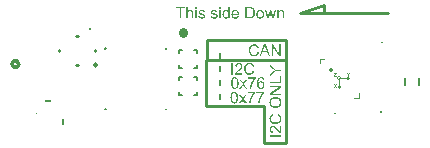
<source format=gto>
%FSLAX44Y44*%
%MOMM*%
G71*
G01*
G75*
%ADD10R,0.4572X0.3048*%
%ADD11R,0.3048X0.4572*%
G04:AMPARAMS|DCode=12|XSize=0.508mm|YSize=0.6096mm|CornerRadius=0.127mm|HoleSize=0mm|Usage=FLASHONLY|Rotation=180.000|XOffset=0mm|YOffset=0mm|HoleType=Round|Shape=RoundedRectangle|*
%AMROUNDEDRECTD12*
21,1,0.5080,0.3556,0,0,180.0*
21,1,0.2540,0.6096,0,0,180.0*
1,1,0.2540,-0.1270,0.1778*
1,1,0.2540,0.1270,0.1778*
1,1,0.2540,0.1270,-0.1778*
1,1,0.2540,-0.1270,-0.1778*
%
%ADD12ROUNDEDRECTD12*%
%ADD13R,1.2192X0.8128*%
%ADD14P,1.7321X8X22.5*%
%ADD15C,1.0000*%
G04:AMPARAMS|DCode=16|XSize=0.508mm|YSize=0.6096mm|CornerRadius=0.127mm|HoleSize=0mm|Usage=FLASHONLY|Rotation=270.000|XOffset=0mm|YOffset=0mm|HoleType=Round|Shape=RoundedRectangle|*
%AMROUNDEDRECTD16*
21,1,0.5080,0.3556,0,0,270.0*
21,1,0.2540,0.6096,0,0,270.0*
1,1,0.2540,-0.1778,-0.1270*
1,1,0.2540,-0.1778,0.1270*
1,1,0.2540,0.1778,0.1270*
1,1,0.2540,0.1778,-0.1270*
%
%ADD16ROUNDEDRECTD16*%
G04:AMPARAMS|DCode=17|XSize=0.7112mm|YSize=1.3208mm|CornerRadius=0.1778mm|HoleSize=0mm|Usage=FLASHONLY|Rotation=0.000|XOffset=0mm|YOffset=0mm|HoleType=Round|Shape=RoundedRectangle|*
%AMROUNDEDRECTD17*
21,1,0.7112,0.9652,0,0,0.0*
21,1,0.3556,1.3208,0,0,0.0*
1,1,0.3556,0.1778,-0.4826*
1,1,0.3556,-0.1778,-0.4826*
1,1,0.3556,-0.1778,0.4826*
1,1,0.3556,0.1778,0.4826*
%
%ADD17ROUNDEDRECTD17*%
%ADD18R,0.4000X0.4000*%
%ADD19R,0.6000X0.5500*%
%ADD20R,0.5000X0.6000*%
%ADD21R,0.6000X0.5000*%
%ADD22R,3.4500X3.4500*%
%ADD23O,0.3000X0.6000*%
%ADD24O,0.6000X0.3000*%
%ADD25R,1.4000X1.2000*%
%ADD26R,0.8500X0.3000*%
%ADD27R,1.3000X2.0000*%
%ADD28R,1.0000X0.6000*%
%ADD29C,0.2540*%
%ADD30C,0.1270*%
%ADD31C,0.3000*%
%ADD32C,1.5240*%
%ADD33C,0.4500*%
%ADD34O,0.6000X1.6500*%
G04:AMPARAMS|DCode=35|XSize=0.7mm|YSize=1.8mm|CornerRadius=0.175mm|HoleSize=0mm|Usage=FLASHONLY|Rotation=270.000|XOffset=0mm|YOffset=0mm|HoleType=Round|Shape=RoundedRectangle|*
%AMROUNDEDRECTD35*
21,1,0.7000,1.4500,0,0,270.0*
21,1,0.3500,1.8000,0,0,270.0*
1,1,0.3500,-0.7250,-0.1750*
1,1,0.3500,-0.7250,0.1750*
1,1,0.3500,0.7250,0.1750*
1,1,0.3500,0.7250,-0.1750*
%
%ADD35ROUNDEDRECTD35*%
G04:AMPARAMS|DCode=36|XSize=1.6mm|YSize=2.2mm|CornerRadius=0.4mm|HoleSize=0mm|Usage=FLASHONLY|Rotation=270.000|XOffset=0mm|YOffset=0mm|HoleType=Round|Shape=RoundedRectangle|*
%AMROUNDEDRECTD36*
21,1,1.6000,1.4000,0,0,270.0*
21,1,0.8000,2.2000,0,0,270.0*
1,1,0.8000,-0.7000,-0.4000*
1,1,0.8000,-0.7000,0.4000*
1,1,0.8000,0.7000,0.4000*
1,1,0.8000,0.7000,-0.4000*
%
%ADD36ROUNDEDRECTD36*%
G04:AMPARAMS|DCode=37|XSize=0.6096mm|YSize=1.7018mm|CornerRadius=0.3048mm|HoleSize=0mm|Usage=FLASHONLY|Rotation=270.000|XOffset=0mm|YOffset=0mm|HoleType=Round|Shape=RoundedRectangle|*
%AMROUNDEDRECTD37*
21,1,0.6096,1.0922,0,0,270.0*
21,1,0.0000,1.7018,0,0,270.0*
1,1,0.6096,-0.5461,0.0000*
1,1,0.6096,-0.5461,0.0000*
1,1,0.6096,0.5461,0.0000*
1,1,0.6096,0.5461,0.0000*
%
%ADD37ROUNDEDRECTD37*%
G04:AMPARAMS|DCode=38|XSize=2.8194mm|YSize=1.016mm|CornerRadius=0.508mm|HoleSize=0mm|Usage=FLASHONLY|Rotation=180.000|XOffset=0mm|YOffset=0mm|HoleType=Round|Shape=RoundedRectangle|*
%AMROUNDEDRECTD38*
21,1,2.8194,0.0000,0,0,180.0*
21,1,1.8034,1.0160,0,0,180.0*
1,1,1.0160,-0.9017,0.0000*
1,1,1.0160,0.9017,0.0000*
1,1,1.0160,0.9017,0.0000*
1,1,1.0160,-0.9017,0.0000*
%
%ADD38ROUNDEDRECTD38*%
%ADD39C,0.1016*%
%ADD40C,0.2500*%
%ADD41C,0.1000*%
%ADD42C,0.3000*%
%ADD43C,0.3000*%
%ADD44C,0.1500*%
%ADD45C,0.1524*%
%ADD46C,0.7620*%
%ADD47C,0.2000*%
%ADD48C,0.0518*%
%ADD49R,0.1524X0.5049*%
%ADD50R,0.5049X0.1524*%
G36*
X915142Y695758D02*
X915163Y695751D01*
X915192Y695743D01*
X915227Y695736D01*
X915276Y695722D01*
X915382Y695687D01*
X915515Y695638D01*
X915663Y695582D01*
X915832Y695511D01*
X916015Y695427D01*
X916212Y695335D01*
X916409Y695230D01*
X916606Y695110D01*
X916810Y694977D01*
X917007Y694829D01*
X917197Y694667D01*
X917373Y694491D01*
X917542Y694301D01*
X917549Y694287D01*
X917577Y694252D01*
X917619Y694195D01*
X917668Y694111D01*
X917732Y694013D01*
X917802Y693886D01*
X917879Y693745D01*
X917957Y693583D01*
X918034Y693408D01*
X918111Y693211D01*
X918182Y692999D01*
X918245Y692774D01*
X918294Y692528D01*
X918337Y692275D01*
X918365Y692007D01*
X918372Y691726D01*
Y691719D01*
Y691705D01*
Y691684D01*
Y691656D01*
Y691620D01*
X918365Y691571D01*
Y691466D01*
X918351Y691332D01*
X918337Y691177D01*
X918316Y691001D01*
X918294Y690818D01*
X918259Y690614D01*
X918217Y690410D01*
X918161Y690192D01*
X918104Y689981D01*
X918027Y689770D01*
X917943Y689559D01*
X917844Y689355D01*
X917732Y689165D01*
X917725Y689151D01*
X917703Y689123D01*
X917661Y689073D01*
X917612Y689003D01*
X917549Y688919D01*
X917464Y688827D01*
X917373Y688722D01*
X917260Y688609D01*
X917133Y688490D01*
X917000Y688370D01*
X916845Y688243D01*
X916683Y688117D01*
X916500Y687997D01*
X916310Y687877D01*
X916099Y687765D01*
X915881Y687666D01*
X915874D01*
X915867Y687659D01*
X915825Y687645D01*
X915761Y687617D01*
X915670Y687589D01*
X915557Y687547D01*
X915424Y687505D01*
X915269Y687455D01*
X915100Y687413D01*
X914910Y687364D01*
X914706Y687315D01*
X914495Y687272D01*
X914263Y687230D01*
X914031Y687202D01*
X913784Y687174D01*
X913531Y687160D01*
X913271Y687153D01*
X913165D01*
X913123Y687160D01*
X913018D01*
X912884Y687174D01*
X912729Y687181D01*
X912553Y687202D01*
X912363Y687223D01*
X912166Y687258D01*
X911955Y687293D01*
X911730Y687343D01*
X911505Y687399D01*
X911280Y687462D01*
X911055Y687540D01*
X910836Y687631D01*
X910618Y687730D01*
X910604Y687737D01*
X910569Y687758D01*
X910513Y687793D01*
X910428Y687835D01*
X910337Y687898D01*
X910231Y687969D01*
X910105Y688060D01*
X909978Y688159D01*
X909844Y688264D01*
X909697Y688391D01*
X909556Y688525D01*
X909415Y688672D01*
X909275Y688834D01*
X909141Y689003D01*
X909014Y689186D01*
X908895Y689383D01*
X908888Y689397D01*
X908867Y689432D01*
X908838Y689489D01*
X908803Y689573D01*
X908754Y689671D01*
X908705Y689791D01*
X908655Y689932D01*
X908599Y690080D01*
X908543Y690248D01*
X908494Y690431D01*
X908437Y690628D01*
X908395Y690832D01*
X908360Y691050D01*
X908332Y691276D01*
X908311Y691508D01*
X908304Y691747D01*
Y691754D01*
Y691761D01*
Y691782D01*
Y691810D01*
Y691846D01*
X908311Y691888D01*
X908318Y691993D01*
X908325Y692120D01*
X908346Y692261D01*
X908367Y692422D01*
X908395Y692605D01*
X908437Y692795D01*
X908486Y692992D01*
X908543Y693196D01*
X908620Y693400D01*
X908705Y693605D01*
X908803Y693816D01*
X908916Y694013D01*
X909049Y694203D01*
X909056Y694217D01*
X909085Y694245D01*
X909127Y694301D01*
X909190Y694364D01*
X909260Y694449D01*
X909359Y694540D01*
X909464Y694639D01*
X909591Y694751D01*
X909732Y694864D01*
X909887Y694984D01*
X910062Y695096D01*
X910246Y695209D01*
X910450Y695321D01*
X910668Y695420D01*
X910900Y695518D01*
X911146Y695596D01*
X911442Y694329D01*
X911428Y694322D01*
X911392Y694315D01*
X911343Y694294D01*
X911266Y694266D01*
X911181Y694231D01*
X911083Y694189D01*
X910970Y694132D01*
X910851Y694076D01*
X910724Y694013D01*
X910597Y693935D01*
X910471Y693858D01*
X910337Y693766D01*
X910217Y693668D01*
X910098Y693569D01*
X909992Y693457D01*
X909894Y693337D01*
X909887Y693330D01*
X909873Y693309D01*
X909852Y693274D01*
X909816Y693225D01*
X909781Y693161D01*
X909739Y693084D01*
X909697Y692992D01*
X909647Y692894D01*
X909605Y692781D01*
X909563Y692662D01*
X909521Y692528D01*
X909486Y692387D01*
X909450Y692233D01*
X909429Y692071D01*
X909415Y691902D01*
X909408Y691719D01*
Y691705D01*
Y691670D01*
Y691613D01*
X909415Y691536D01*
X909422Y691438D01*
X909436Y691325D01*
X909450Y691198D01*
X909479Y691065D01*
X909507Y690917D01*
X909542Y690769D01*
X909584Y690614D01*
X909633Y690452D01*
X909697Y690298D01*
X909774Y690143D01*
X909852Y689988D01*
X909950Y689840D01*
X909957Y689833D01*
X909971Y689805D01*
X910006Y689770D01*
X910049Y689721D01*
X910105Y689657D01*
X910168Y689587D01*
X910246Y689510D01*
X910330Y689425D01*
X910428Y689341D01*
X910534Y689249D01*
X910654Y689165D01*
X910787Y689081D01*
X910921Y688996D01*
X911069Y688919D01*
X911224Y688848D01*
X911392Y688785D01*
X911399D01*
X911434Y688771D01*
X911484Y688757D01*
X911547Y688736D01*
X911631Y688715D01*
X911730Y688687D01*
X911843Y688665D01*
X911969Y688637D01*
X912103Y688609D01*
X912251Y688581D01*
X912405Y688553D01*
X912567Y688532D01*
X912905Y688496D01*
X913081Y688490D01*
X913264Y688483D01*
X913383D01*
X913475Y688490D01*
X913580Y688496D01*
X913707Y688504D01*
X913848Y688511D01*
X913996Y688525D01*
X914164Y688546D01*
X914340Y688567D01*
X914699Y688637D01*
X914889Y688672D01*
X915072Y688722D01*
X915255Y688778D01*
X915431Y688841D01*
X915438Y688848D01*
X915473Y688855D01*
X915515Y688876D01*
X915579Y688912D01*
X915656Y688947D01*
X915748Y688996D01*
X915846Y689052D01*
X915952Y689116D01*
X916057Y689193D01*
X916170Y689277D01*
X916289Y689369D01*
X916402Y689467D01*
X916514Y689580D01*
X916620Y689700D01*
X916718Y689826D01*
X916810Y689967D01*
X916817Y689974D01*
X916831Y690002D01*
X916852Y690044D01*
X916880Y690101D01*
X916915Y690171D01*
X916958Y690256D01*
X916993Y690354D01*
X917035Y690460D01*
X917084Y690579D01*
X917120Y690706D01*
X917162Y690846D01*
X917197Y690987D01*
X917225Y691142D01*
X917246Y691297D01*
X917260Y691459D01*
X917267Y691620D01*
Y691635D01*
Y691670D01*
X917260Y691726D01*
Y691803D01*
X917246Y691895D01*
X917232Y692000D01*
X917218Y692127D01*
X917190Y692254D01*
X917155Y692394D01*
X917112Y692542D01*
X917063Y692697D01*
X917007Y692852D01*
X916936Y693007D01*
X916852Y693161D01*
X916754Y693309D01*
X916648Y693457D01*
X916641Y693464D01*
X916620Y693492D01*
X916585Y693527D01*
X916528Y693576D01*
X916465Y693640D01*
X916388Y693710D01*
X916289Y693788D01*
X916184Y693865D01*
X916057Y693949D01*
X915923Y694034D01*
X915769Y694125D01*
X915600Y694203D01*
X915424Y694287D01*
X915227Y694357D01*
X915023Y694421D01*
X914798Y694477D01*
X915121Y695764D01*
X915128D01*
X915142Y695758D01*
D02*
G37*
G36*
X913503Y710040D02*
X913609D01*
X913735Y710026D01*
X913883Y710019D01*
X914059Y709998D01*
X914242Y709970D01*
X914446Y709942D01*
X914657Y709899D01*
X914875Y709850D01*
X915100Y709794D01*
X915332Y709724D01*
X915557Y709646D01*
X915783Y709555D01*
X916008Y709449D01*
X916022Y709442D01*
X916057Y709421D01*
X916120Y709386D01*
X916198Y709337D01*
X916296Y709280D01*
X916409Y709203D01*
X916535Y709111D01*
X916669Y709013D01*
X916810Y708900D01*
X916951Y708774D01*
X917098Y708633D01*
X917246Y708485D01*
X917387Y708316D01*
X917527Y708140D01*
X917654Y707951D01*
X917774Y707754D01*
X917781Y707739D01*
X917802Y707704D01*
X917830Y707641D01*
X917865Y707564D01*
X917915Y707458D01*
X917964Y707338D01*
X918020Y707205D01*
X918069Y707050D01*
X918126Y706874D01*
X918182Y706691D01*
X918231Y706501D01*
X918280Y706290D01*
X918316Y706079D01*
X918344Y705854D01*
X918365Y705622D01*
X918372Y705389D01*
Y705383D01*
Y705375D01*
Y705354D01*
Y705326D01*
X918365Y705256D01*
X918358Y705157D01*
X918351Y705038D01*
X918337Y704897D01*
X918316Y704735D01*
X918287Y704566D01*
X918252Y704376D01*
X918210Y704179D01*
X918154Y703975D01*
X918090Y703771D01*
X918020Y703560D01*
X917929Y703342D01*
X917830Y703131D01*
X917710Y702927D01*
X917703Y702913D01*
X917682Y702878D01*
X917640Y702821D01*
X917591Y702751D01*
X917521Y702660D01*
X917443Y702554D01*
X917345Y702441D01*
X917239Y702315D01*
X917112Y702188D01*
X916979Y702048D01*
X916831Y701914D01*
X916669Y701780D01*
X916493Y701646D01*
X916310Y701520D01*
X916113Y701400D01*
X915902Y701288D01*
X915888Y701281D01*
X915853Y701266D01*
X915790Y701238D01*
X915698Y701203D01*
X915593Y701161D01*
X915466Y701112D01*
X915325Y701062D01*
X915163Y701013D01*
X914988Y700957D01*
X914798Y700908D01*
X914601Y700858D01*
X914390Y700816D01*
X914164Y700781D01*
X913939Y700753D01*
X913707Y700739D01*
X913468Y700732D01*
X913362D01*
X913306Y700739D01*
X913236D01*
X913158Y700746D01*
X913067Y700753D01*
X912968Y700760D01*
X912863Y700774D01*
X912750Y700788D01*
X912631Y700802D01*
X912370Y700844D01*
X912089Y700894D01*
X911786Y700964D01*
X911477Y701048D01*
X911160Y701154D01*
X910844Y701281D01*
X910534Y701428D01*
X910231Y701604D01*
X910084Y701703D01*
X909943Y701801D01*
X909809Y701914D01*
X909676Y702033D01*
X909669Y702040D01*
X909661Y702048D01*
X909640Y702069D01*
X909619Y702097D01*
X909584Y702125D01*
X909549Y702167D01*
X909457Y702273D01*
X909359Y702399D01*
X909239Y702554D01*
X909120Y702737D01*
X908986Y702941D01*
X908859Y703173D01*
X908740Y703427D01*
X908620Y703701D01*
X908515Y703996D01*
X908430Y704320D01*
X908360Y704658D01*
X908339Y704834D01*
X908318Y705017D01*
X908311Y705200D01*
X908304Y705389D01*
Y705396D01*
Y705404D01*
Y705425D01*
Y705453D01*
X908311Y705523D01*
Y705615D01*
X908325Y705734D01*
X908339Y705875D01*
X908360Y706030D01*
X908381Y706199D01*
X908416Y706382D01*
X908458Y706579D01*
X908515Y706783D01*
X908578Y706987D01*
X908648Y707198D01*
X908740Y707409D01*
X908838Y707620D01*
X908951Y707824D01*
X908958Y707838D01*
X908979Y707873D01*
X909014Y707929D01*
X909071Y708000D01*
X909134Y708091D01*
X909211Y708197D01*
X909310Y708309D01*
X909415Y708436D01*
X909535Y708570D01*
X909669Y708703D01*
X909816Y708844D01*
X909978Y708978D01*
X910154Y709111D01*
X910337Y709245D01*
X910534Y709365D01*
X910745Y709477D01*
X910759Y709484D01*
X910794Y709505D01*
X910858Y709534D01*
X910949Y709569D01*
X911055Y709611D01*
X911188Y709660D01*
X911336Y709709D01*
X911505Y709766D01*
X911688Y709815D01*
X911892Y709864D01*
X912103Y709913D01*
X912335Y709956D01*
X912574Y709998D01*
X912828Y710026D01*
X913088Y710040D01*
X913355Y710047D01*
X913454D01*
X913503Y710040D01*
D02*
G37*
G36*
X918210Y676402D02*
X908473D01*
Y677690D01*
X918210D01*
Y676402D01*
D02*
G37*
G36*
Y679329D02*
X918097D01*
X918055Y679336D01*
X917943Y679343D01*
X917823Y679357D01*
X917682Y679378D01*
X917535Y679413D01*
X917387Y679463D01*
X917380D01*
X917359Y679477D01*
X917324Y679491D01*
X917274Y679512D01*
X917211Y679533D01*
X917141Y679568D01*
X917063Y679610D01*
X916979Y679652D01*
X916880Y679702D01*
X916782Y679765D01*
X916564Y679899D01*
X916331Y680061D01*
X916092Y680251D01*
X916085Y680258D01*
X916064Y680279D01*
X916029Y680307D01*
X915980Y680349D01*
X915916Y680405D01*
X915846Y680476D01*
X915761Y680553D01*
X915670Y680652D01*
X915564Y680757D01*
X915452Y680870D01*
X915332Y680996D01*
X915199Y681137D01*
X915065Y681292D01*
X914924Y681454D01*
X914777Y681630D01*
X914622Y681813D01*
X914615Y681820D01*
X914608Y681834D01*
X914587Y681855D01*
X914566Y681883D01*
X914530Y681918D01*
X914495Y681960D01*
X914404Y682066D01*
X914298Y682199D01*
X914164Y682340D01*
X914024Y682502D01*
X913869Y682671D01*
X913707Y682854D01*
X913538Y683030D01*
X913369Y683213D01*
X913194Y683382D01*
X913025Y683550D01*
X912863Y683698D01*
X912701Y683839D01*
X912553Y683951D01*
X912546Y683958D01*
X912518Y683972D01*
X912476Y684001D01*
X912427Y684043D01*
X912356Y684085D01*
X912279Y684127D01*
X912187Y684184D01*
X912089Y684233D01*
X911983Y684282D01*
X911871Y684338D01*
X911625Y684430D01*
X911498Y684465D01*
X911371Y684493D01*
X911245Y684507D01*
X911118Y684514D01*
X911048D01*
X910998Y684507D01*
X910935Y684500D01*
X910865Y684486D01*
X910787Y684472D01*
X910703Y684451D01*
X910611Y684423D01*
X910513Y684388D01*
X910414Y684345D01*
X910316Y684296D01*
X910210Y684240D01*
X910112Y684169D01*
X910013Y684092D01*
X909922Y684001D01*
X909915Y683994D01*
X909901Y683980D01*
X909880Y683951D01*
X909844Y683909D01*
X909809Y683860D01*
X909767Y683797D01*
X909718Y683726D01*
X909676Y683649D01*
X909626Y683557D01*
X909584Y683459D01*
X909542Y683346D01*
X909507Y683234D01*
X909472Y683107D01*
X909450Y682973D01*
X909436Y682833D01*
X909429Y682685D01*
Y682678D01*
Y682650D01*
Y682600D01*
X909436Y682544D01*
X909443Y682467D01*
X909457Y682382D01*
X909472Y682291D01*
X909493Y682185D01*
X909521Y682080D01*
X909556Y681967D01*
X909598Y681855D01*
X909647Y681735D01*
X909711Y681623D01*
X909781Y681510D01*
X909858Y681397D01*
X909950Y681299D01*
X909957Y681292D01*
X909971Y681278D01*
X910006Y681250D01*
X910041Y681221D01*
X910098Y681179D01*
X910161Y681137D01*
X910238Y681088D01*
X910323Y681046D01*
X910414Y680996D01*
X910527Y680947D01*
X910639Y680905D01*
X910766Y680863D01*
X910907Y680835D01*
X911055Y680806D01*
X911209Y680792D01*
X911378Y680785D01*
X911252Y679554D01*
X911237D01*
X911216Y679561D01*
X911188D01*
X911118Y679568D01*
X911026Y679589D01*
X910914Y679610D01*
X910780Y679639D01*
X910632Y679674D01*
X910478Y679716D01*
X910309Y679772D01*
X910140Y679836D01*
X909964Y679913D01*
X909788Y680004D01*
X909619Y680103D01*
X909457Y680222D01*
X909303Y680349D01*
X909162Y680497D01*
X909155Y680504D01*
X909134Y680532D01*
X909092Y680581D01*
X909049Y680645D01*
X908993Y680729D01*
X908930Y680827D01*
X908867Y680947D01*
X908796Y681081D01*
X908733Y681236D01*
X908670Y681397D01*
X908606Y681580D01*
X908550Y681777D01*
X908501Y681988D01*
X908465Y682214D01*
X908444Y682453D01*
X908437Y682706D01*
Y682713D01*
Y682720D01*
Y682741D01*
Y682769D01*
X908444Y682840D01*
X908451Y682938D01*
X908458Y683058D01*
X908480Y683192D01*
X908501Y683346D01*
X908536Y683508D01*
X908578Y683684D01*
X908627Y683860D01*
X908691Y684050D01*
X908768Y684233D01*
X908859Y684416D01*
X908958Y684592D01*
X909078Y684761D01*
X909218Y684922D01*
X909225Y684929D01*
X909253Y684958D01*
X909296Y685000D01*
X909359Y685049D01*
X909429Y685112D01*
X909521Y685183D01*
X909626Y685260D01*
X909746Y685338D01*
X909880Y685408D01*
X910027Y685485D01*
X910189Y685556D01*
X910358Y685619D01*
X910541Y685668D01*
X910731Y685710D01*
X910935Y685739D01*
X911146Y685745D01*
X911245D01*
X911301Y685739D01*
X911357Y685732D01*
X911428Y685724D01*
X911505Y685717D01*
X911681Y685689D01*
X911878Y685647D01*
X912082Y685584D01*
X912293Y685506D01*
X912300D01*
X912321Y685492D01*
X912349Y685478D01*
X912391Y685457D01*
X912441Y685436D01*
X912504Y685401D01*
X912574Y685366D01*
X912652Y685316D01*
X912736Y685267D01*
X912828Y685211D01*
X913032Y685070D01*
X913137Y684993D01*
X913250Y684908D01*
X913362Y684810D01*
X913482Y684711D01*
X913489Y684704D01*
X913510Y684683D01*
X913545Y684655D01*
X913595Y684606D01*
X913658Y684542D01*
X913735Y684465D01*
X913827Y684381D01*
X913932Y684275D01*
X914045Y684156D01*
X914172Y684015D01*
X914312Y683867D01*
X914467Y683698D01*
X914629Y683515D01*
X914805Y683318D01*
X914995Y683100D01*
X915192Y682868D01*
X915199Y682854D01*
X915234Y682819D01*
X915276Y682769D01*
X915339Y682699D01*
X915410Y682608D01*
X915494Y682516D01*
X915586Y682411D01*
X915684Y682298D01*
X915888Y682059D01*
X915994Y681946D01*
X916092Y681834D01*
X916191Y681728D01*
X916275Y681637D01*
X916352Y681552D01*
X916423Y681489D01*
X916437Y681475D01*
X916479Y681440D01*
X916543Y681383D01*
X916620Y681313D01*
X916718Y681236D01*
X916824Y681151D01*
X916944Y681067D01*
X917063Y680989D01*
Y685760D01*
X918210D01*
Y679329D01*
D02*
G37*
G36*
Y721480D02*
X908473D01*
Y722768D01*
X917063D01*
Y727559D01*
X918210D01*
Y721480D01*
D02*
G37*
G36*
X914087Y733118D02*
X918210D01*
Y731830D01*
X914087D01*
X908473Y728080D01*
Y729649D01*
X911413Y731563D01*
X911421Y731570D01*
X911449Y731584D01*
X911498Y731619D01*
X911554Y731654D01*
X911631Y731703D01*
X911716Y731760D01*
X911814Y731823D01*
X911927Y731893D01*
X912047Y731964D01*
X912173Y732041D01*
X912314Y732125D01*
X912455Y732210D01*
X912750Y732386D01*
X913053Y732555D01*
X913046Y732562D01*
X913018Y732576D01*
X912975Y732597D01*
X912919Y732632D01*
X912849Y732674D01*
X912764Y732731D01*
X912666Y732787D01*
X912553Y732857D01*
X912434Y732928D01*
X912307Y733012D01*
X912166Y733096D01*
X912011Y733188D01*
X911857Y733286D01*
X911688Y733392D01*
X911343Y733617D01*
X908473Y735503D01*
Y737001D01*
X914087Y733118D01*
D02*
G37*
G36*
X917697Y744728D02*
X916367D01*
X911266Y752369D01*
Y744728D01*
X910028D01*
Y754465D01*
X911351D01*
X916459Y746818D01*
Y754465D01*
X917697D01*
Y744728D01*
D02*
G37*
G36*
X918210Y718033D02*
X910569Y712932D01*
X918210D01*
Y711694D01*
X908473D01*
Y713016D01*
X916120Y718124D01*
X908473D01*
Y719363D01*
X918210D01*
Y718033D01*
D02*
G37*
G36*
X886415Y708262D02*
X888983Y704596D01*
X887526D01*
X886063Y706784D01*
X885725Y707319D01*
X883826Y704596D01*
X882383D01*
X884958Y708241D01*
X882573Y711653D01*
X884044D01*
X885148Y709993D01*
X885155Y709985D01*
X885162Y709971D01*
X885176Y709950D01*
X885197Y709915D01*
X885226Y709873D01*
X885254Y709824D01*
X885324Y709718D01*
X885402Y709591D01*
X885486Y709465D01*
X885570Y709331D01*
X885641Y709204D01*
X885648Y709212D01*
X885655Y709226D01*
X885669Y709247D01*
X885690Y709275D01*
X885746Y709359D01*
X885824Y709465D01*
X885908Y709577D01*
X886000Y709711D01*
X886091Y709845D01*
X886182Y709971D01*
X887372Y711653D01*
X888807D01*
X886415Y708262D01*
D02*
G37*
G36*
X895513Y754627D02*
X895619Y754620D01*
X895745Y754613D01*
X895886Y754592D01*
X896048Y754571D01*
X896231Y754543D01*
X896421Y754501D01*
X896618Y754452D01*
X896822Y754395D01*
X897026Y754318D01*
X897230Y754233D01*
X897441Y754135D01*
X897638Y754022D01*
X897828Y753889D01*
X897842Y753882D01*
X897870Y753853D01*
X897926Y753811D01*
X897990Y753748D01*
X898074Y753678D01*
X898166Y753579D01*
X898264Y753474D01*
X898377Y753347D01*
X898489Y753206D01*
X898609Y753051D01*
X898721Y752876D01*
X898834Y752692D01*
X898947Y752488D01*
X899045Y752270D01*
X899144Y752038D01*
X899221Y751792D01*
X897954Y751496D01*
X897947Y751510D01*
X897940Y751546D01*
X897919Y751595D01*
X897891Y751672D01*
X897856Y751757D01*
X897814Y751855D01*
X897757Y751968D01*
X897701Y752087D01*
X897638Y752214D01*
X897561Y752341D01*
X897483Y752467D01*
X897392Y752601D01*
X897293Y752721D01*
X897195Y752840D01*
X897082Y752946D01*
X896963Y753044D01*
X896955Y753051D01*
X896934Y753065D01*
X896899Y753086D01*
X896850Y753122D01*
X896787Y753157D01*
X896709Y753199D01*
X896618Y753241D01*
X896519Y753291D01*
X896407Y753333D01*
X896287Y753375D01*
X896153Y753417D01*
X896013Y753452D01*
X895858Y753488D01*
X895696Y753509D01*
X895527Y753523D01*
X895344Y753530D01*
X895239D01*
X895161Y753523D01*
X895063Y753516D01*
X894950Y753502D01*
X894824Y753488D01*
X894690Y753459D01*
X894542Y753431D01*
X894394Y753396D01*
X894240Y753354D01*
X894078Y753305D01*
X893923Y753241D01*
X893768Y753164D01*
X893613Y753086D01*
X893466Y752988D01*
X893459Y752981D01*
X893430Y752967D01*
X893395Y752932D01*
X893346Y752889D01*
X893283Y752833D01*
X893212Y752770D01*
X893135Y752692D01*
X893051Y752608D01*
X892966Y752510D01*
X892875Y752404D01*
X892790Y752284D01*
X892706Y752151D01*
X892621Y752017D01*
X892544Y751869D01*
X892474Y751714D01*
X892410Y751546D01*
Y751539D01*
X892396Y751504D01*
X892382Y751454D01*
X892361Y751391D01*
X892340Y751307D01*
X892312Y751208D01*
X892291Y751095D01*
X892263Y750969D01*
X892234Y750835D01*
X892206Y750687D01*
X892178Y750533D01*
X892157Y750371D01*
X892122Y750033D01*
X892115Y749857D01*
X892108Y749674D01*
Y749660D01*
Y749618D01*
Y749555D01*
X892115Y749463D01*
X892122Y749358D01*
X892129Y749231D01*
X892136Y749090D01*
X892150Y748942D01*
X892171Y748774D01*
X892192Y748598D01*
X892263Y748239D01*
X892298Y748049D01*
X892347Y747866D01*
X892403Y747683D01*
X892467Y747507D01*
X892474Y747500D01*
X892481Y747465D01*
X892502Y747423D01*
X892537Y747359D01*
X892572Y747282D01*
X892621Y747190D01*
X892678Y747092D01*
X892741Y746986D01*
X892818Y746881D01*
X892903Y746768D01*
X892994Y746649D01*
X893093Y746536D01*
X893205Y746424D01*
X893325Y746318D01*
X893452Y746220D01*
X893592Y746128D01*
X893599Y746121D01*
X893627Y746107D01*
X893670Y746086D01*
X893726Y746058D01*
X893796Y746023D01*
X893881Y745980D01*
X893979Y745945D01*
X894085Y745903D01*
X894204Y745854D01*
X894331Y745818D01*
X894472Y745776D01*
X894613Y745741D01*
X894767Y745713D01*
X894922Y745692D01*
X895084Y745678D01*
X895246Y745671D01*
X895295D01*
X895351Y745678D01*
X895429D01*
X895520Y745692D01*
X895626Y745706D01*
X895752Y745720D01*
X895879Y745748D01*
X896020Y745783D01*
X896167Y745826D01*
X896322Y745875D01*
X896477Y745931D01*
X896632Y746002D01*
X896787Y746086D01*
X896934Y746184D01*
X897082Y746290D01*
X897089Y746297D01*
X897117Y746318D01*
X897152Y746353D01*
X897202Y746410D01*
X897265Y746473D01*
X897335Y746550D01*
X897413Y746649D01*
X897490Y746754D01*
X897575Y746881D01*
X897659Y747015D01*
X897750Y747169D01*
X897828Y747338D01*
X897912Y747514D01*
X897983Y747711D01*
X898046Y747915D01*
X898102Y748140D01*
X899390Y747817D01*
Y747810D01*
X899383Y747796D01*
X899376Y747775D01*
X899369Y747746D01*
X899362Y747711D01*
X899348Y747662D01*
X899312Y747556D01*
X899263Y747423D01*
X899207Y747275D01*
X899137Y747106D01*
X899052Y746923D01*
X898961Y746726D01*
X898855Y746529D01*
X898736Y746332D01*
X898602Y746128D01*
X898454Y745931D01*
X898292Y745741D01*
X898116Y745565D01*
X897926Y745396D01*
X897912Y745389D01*
X897877Y745361D01*
X897821Y745319D01*
X897736Y745270D01*
X897638Y745206D01*
X897511Y745136D01*
X897371Y745059D01*
X897209Y744981D01*
X897033Y744904D01*
X896836Y744827D01*
X896625Y744756D01*
X896400Y744693D01*
X896153Y744644D01*
X895900Y744601D01*
X895633Y744573D01*
X895351Y744566D01*
X895246D01*
X895197Y744573D01*
X895091D01*
X894957Y744587D01*
X894802Y744601D01*
X894627Y744622D01*
X894444Y744644D01*
X894240Y744679D01*
X894036Y744721D01*
X893818Y744777D01*
X893606Y744834D01*
X893395Y744911D01*
X893184Y744995D01*
X892980Y745094D01*
X892790Y745206D01*
X892776Y745213D01*
X892748Y745235D01*
X892699Y745277D01*
X892628Y745326D01*
X892544Y745389D01*
X892452Y745474D01*
X892347Y745565D01*
X892234Y745678D01*
X892115Y745805D01*
X891995Y745938D01*
X891869Y746093D01*
X891742Y746255D01*
X891622Y746438D01*
X891503Y746628D01*
X891390Y746839D01*
X891292Y747057D01*
Y747064D01*
X891285Y747071D01*
X891271Y747113D01*
X891242Y747177D01*
X891214Y747268D01*
X891172Y747381D01*
X891130Y747514D01*
X891080Y747669D01*
X891038Y747838D01*
X890989Y748028D01*
X890940Y748232D01*
X890898Y748443D01*
X890855Y748675D01*
X890827Y748907D01*
X890799Y749154D01*
X890785Y749407D01*
X890778Y749667D01*
Y749674D01*
Y749688D01*
Y749709D01*
Y749737D01*
Y749773D01*
X890785Y749815D01*
Y749920D01*
X890799Y750054D01*
X890806Y750209D01*
X890827Y750385D01*
X890848Y750575D01*
X890883Y750772D01*
X890919Y750983D01*
X890968Y751208D01*
X891024Y751433D01*
X891088Y751658D01*
X891165Y751883D01*
X891256Y752102D01*
X891355Y752320D01*
X891362Y752334D01*
X891383Y752369D01*
X891418Y752425D01*
X891460Y752510D01*
X891524Y752601D01*
X891594Y752707D01*
X891686Y752833D01*
X891784Y752960D01*
X891890Y753094D01*
X892016Y753241D01*
X892150Y753382D01*
X892298Y753523D01*
X892460Y753663D01*
X892628Y753797D01*
X892811Y753924D01*
X893008Y754043D01*
X893022Y754050D01*
X893058Y754072D01*
X893114Y754100D01*
X893198Y754135D01*
X893297Y754184D01*
X893416Y754233D01*
X893557Y754283D01*
X893705Y754339D01*
X893874Y754395D01*
X894057Y754444D01*
X894254Y754501D01*
X894458Y754543D01*
X894676Y754578D01*
X894901Y754606D01*
X895133Y754627D01*
X895372Y754634D01*
X895471D01*
X895513Y754627D01*
D02*
G37*
G36*
X886923Y720708D02*
X889491Y717042D01*
X888034D01*
X886571Y719230D01*
X886233Y719765D01*
X884333Y717042D01*
X882891D01*
X885466Y720686D01*
X883081Y724099D01*
X884552D01*
X885656Y722439D01*
X885663Y722431D01*
X885670Y722417D01*
X885684Y722396D01*
X885705Y722361D01*
X885734Y722319D01*
X885762Y722270D01*
X885832Y722164D01*
X885910Y722037D01*
X885994Y721911D01*
X886078Y721777D01*
X886149Y721650D01*
X886156Y721657D01*
X886163Y721672D01*
X886177Y721693D01*
X886198Y721721D01*
X886254Y721805D01*
X886332Y721911D01*
X886416Y722023D01*
X886507Y722157D01*
X886599Y722291D01*
X886691Y722417D01*
X887879Y724099D01*
X889315D01*
X886923Y720708D01*
D02*
G37*
G36*
X896541Y725724D02*
X896534Y725710D01*
X896498Y725682D01*
X896449Y725619D01*
X896379Y725541D01*
X896294Y725443D01*
X896196Y725323D01*
X896083Y725182D01*
X895964Y725021D01*
X895830Y724845D01*
X895682Y724648D01*
X895527Y724430D01*
X895373Y724197D01*
X895204Y723944D01*
X895042Y723677D01*
X894866Y723395D01*
X894697Y723093D01*
Y723086D01*
X894690Y723072D01*
X894676Y723051D01*
X894655Y723022D01*
X894634Y722980D01*
X894613Y722931D01*
X894578Y722875D01*
X894549Y722811D01*
X894507Y722741D01*
X894472Y722657D01*
X894381Y722481D01*
X894282Y722284D01*
X894176Y722058D01*
X894064Y721812D01*
X893951Y721545D01*
X893832Y721271D01*
X893719Y720975D01*
X893600Y720673D01*
X893494Y720363D01*
X893389Y720039D01*
X893290Y719716D01*
X893283Y719702D01*
X893276Y719659D01*
X893255Y719596D01*
X893234Y719504D01*
X893206Y719385D01*
X893170Y719251D01*
X893135Y719097D01*
X893100Y718921D01*
X893058Y718731D01*
X893023Y718527D01*
X892980Y718301D01*
X892945Y718069D01*
X892910Y717830D01*
X892882Y717577D01*
X892854Y717309D01*
X892833Y717042D01*
X891601D01*
Y717056D01*
Y717091D01*
X891609Y717162D01*
Y717246D01*
X891616Y717359D01*
X891630Y717492D01*
X891644Y717647D01*
X891665Y717816D01*
X891686Y718013D01*
X891714Y718224D01*
X891749Y718449D01*
X891791Y718695D01*
X891848Y718956D01*
X891904Y719230D01*
X891967Y719519D01*
X892045Y719814D01*
Y719821D01*
X892052Y719835D01*
X892059Y719856D01*
X892066Y719884D01*
X892080Y719927D01*
X892094Y719976D01*
X892108Y720032D01*
X892129Y720096D01*
X892171Y720236D01*
X892228Y720412D01*
X892291Y720602D01*
X892361Y720820D01*
X892446Y721052D01*
X892537Y721299D01*
X892643Y721559D01*
X892748Y721826D01*
X892868Y722101D01*
X893002Y722382D01*
X893135Y722671D01*
X893283Y722952D01*
Y722959D01*
X893290Y722966D01*
X893304Y722987D01*
X893318Y723022D01*
X893339Y723058D01*
X893367Y723100D01*
X893424Y723205D01*
X893501Y723332D01*
X893586Y723487D01*
X893691Y723656D01*
X893804Y723839D01*
X893923Y724036D01*
X894057Y724240D01*
X894205Y724451D01*
X894352Y724669D01*
X894669Y725098D01*
X894838Y725309D01*
X895007Y725506D01*
X890237D01*
Y726653D01*
X896541D01*
Y725724D01*
D02*
G37*
G36*
X879099Y726808D02*
X879162D01*
X879247Y726801D01*
X879331Y726787D01*
X879429Y726773D01*
X879641Y726737D01*
X879873Y726681D01*
X880112Y726604D01*
X880225Y726554D01*
X880337Y726498D01*
X880344D01*
X880365Y726484D01*
X880393Y726463D01*
X880436Y726442D01*
X880485Y726407D01*
X880541Y726364D01*
X880611Y726322D01*
X880682Y726266D01*
X880837Y726139D01*
X880999Y725977D01*
X881160Y725795D01*
X881308Y725583D01*
X881315Y725576D01*
X881322Y725555D01*
X881343Y725520D01*
X881371Y725478D01*
X881407Y725422D01*
X881442Y725351D01*
X881484Y725274D01*
X881526Y725182D01*
X881575Y725084D01*
X881625Y724971D01*
X881674Y724852D01*
X881730Y724725D01*
X881779Y724591D01*
X881822Y724451D01*
X881871Y724296D01*
X881913Y724141D01*
Y724134D01*
X881920Y724099D01*
X881934Y724057D01*
X881948Y723986D01*
X881962Y723902D01*
X881983Y723796D01*
X882005Y723677D01*
X882026Y723536D01*
X882047Y723381D01*
X882068Y723205D01*
X882089Y723015D01*
X882103Y722811D01*
X882117Y722593D01*
X882131Y722354D01*
X882138Y722108D01*
Y721840D01*
Y721833D01*
Y721819D01*
Y721798D01*
Y721763D01*
Y721728D01*
Y721679D01*
X882131Y721622D01*
Y721559D01*
X882124Y721411D01*
X882117Y721242D01*
X882110Y721059D01*
X882096Y720855D01*
X882075Y720637D01*
X882054Y720412D01*
X881991Y719955D01*
X881948Y719723D01*
X881899Y719498D01*
X881843Y719279D01*
X881779Y719075D01*
X881772Y719061D01*
X881765Y719026D01*
X881744Y718977D01*
X881716Y718900D01*
X881674Y718815D01*
X881632Y718709D01*
X881575Y718597D01*
X881519Y718477D01*
X881449Y718351D01*
X881364Y718217D01*
X881280Y718083D01*
X881189Y717943D01*
X881083Y717809D01*
X880970Y717682D01*
X880851Y717563D01*
X880724Y717450D01*
X880717Y717443D01*
X880689Y717429D01*
X880654Y717401D01*
X880598Y717359D01*
X880527Y717316D01*
X880450Y717267D01*
X880351Y717218D01*
X880246Y717169D01*
X880119Y717112D01*
X879985Y717063D01*
X879845Y717014D01*
X879690Y716972D01*
X879521Y716936D01*
X879345Y716908D01*
X879162Y716887D01*
X878965Y716880D01*
X878902D01*
X878831Y716887D01*
X878733Y716894D01*
X878613Y716908D01*
X878473Y716936D01*
X878325Y716965D01*
X878156Y717007D01*
X877980Y717056D01*
X877804Y717126D01*
X877621Y717204D01*
X877431Y717302D01*
X877248Y717415D01*
X877073Y717549D01*
X876904Y717703D01*
X876749Y717879D01*
Y717886D01*
X876742Y717893D01*
X876728Y717914D01*
X876707Y717935D01*
X876685Y717971D01*
X876657Y718013D01*
X876629Y718055D01*
X876601Y718111D01*
X876566Y718175D01*
X876524Y718245D01*
X876488Y718323D01*
X876446Y718407D01*
X876404Y718505D01*
X876362Y718604D01*
X876313Y718717D01*
X876270Y718829D01*
X876228Y718956D01*
X876179Y719089D01*
X876137Y719230D01*
X876095Y719385D01*
X876052Y719540D01*
X876017Y719709D01*
X875975Y719877D01*
X875940Y720067D01*
X875912Y720257D01*
X875883Y720454D01*
X875855Y720665D01*
X875834Y720883D01*
X875813Y721109D01*
X875806Y721341D01*
X875792Y721587D01*
Y721840D01*
Y721848D01*
Y721861D01*
Y721883D01*
Y721918D01*
Y721960D01*
Y722009D01*
X875799Y722066D01*
Y722129D01*
X875806Y722270D01*
X875813Y722439D01*
X875820Y722628D01*
X875834Y722832D01*
X875855Y723051D01*
X875876Y723276D01*
X875940Y723740D01*
X875982Y723972D01*
X876031Y724197D01*
X876080Y724416D01*
X876144Y724620D01*
X876151Y724634D01*
X876158Y724669D01*
X876179Y724718D01*
X876207Y724796D01*
X876249Y724880D01*
X876292Y724985D01*
X876348Y725098D01*
X876411Y725218D01*
X876475Y725344D01*
X876559Y725478D01*
X876643Y725619D01*
X876735Y725752D01*
X876840Y725886D01*
X876953Y726013D01*
X877073Y726132D01*
X877199Y726245D01*
X877206Y726252D01*
X877234Y726273D01*
X877270Y726301D01*
X877326Y726336D01*
X877396Y726378D01*
X877481Y726428D01*
X877572Y726477D01*
X877685Y726533D01*
X877804Y726582D01*
X877938Y726632D01*
X878086Y726681D01*
X878241Y726723D01*
X878409Y726766D01*
X878585Y726794D01*
X878768Y726808D01*
X878965Y726815D01*
X879043D01*
X879099Y726808D01*
D02*
G37*
G36*
X896033Y713278D02*
X896025Y713264D01*
X895990Y713236D01*
X895941Y713173D01*
X895871Y713095D01*
X895786Y712997D01*
X895688Y712877D01*
X895575Y712736D01*
X895456Y712575D01*
X895322Y712399D01*
X895174Y712202D01*
X895019Y711984D01*
X894865Y711751D01*
X894696Y711498D01*
X894534Y711231D01*
X894358Y710949D01*
X894189Y710647D01*
Y710640D01*
X894182Y710626D01*
X894168Y710605D01*
X894147Y710576D01*
X894126Y710534D01*
X894105Y710485D01*
X894070Y710429D01*
X894041Y710365D01*
X893999Y710295D01*
X893964Y710211D01*
X893873Y710035D01*
X893774Y709838D01*
X893669Y709613D01*
X893556Y709366D01*
X893443Y709099D01*
X893324Y708824D01*
X893211Y708529D01*
X893092Y708226D01*
X892986Y707917D01*
X892880Y707593D01*
X892782Y707270D01*
X892775Y707255D01*
X892768Y707213D01*
X892747Y707150D01*
X892726Y707058D01*
X892698Y706939D01*
X892662Y706805D01*
X892627Y706650D01*
X892592Y706475D01*
X892550Y706285D01*
X892515Y706081D01*
X892473Y705855D01*
X892437Y705623D01*
X892402Y705384D01*
X892374Y705131D01*
X892346Y704863D01*
X892325Y704596D01*
X891093D01*
Y704610D01*
Y704645D01*
X891100Y704716D01*
Y704800D01*
X891107Y704913D01*
X891122Y705046D01*
X891136Y705201D01*
X891157Y705370D01*
X891178Y705567D01*
X891206Y705778D01*
X891241Y706003D01*
X891283Y706249D01*
X891340Y706510D01*
X891396Y706784D01*
X891459Y707073D01*
X891537Y707368D01*
Y707375D01*
X891544Y707389D01*
X891551Y707410D01*
X891558Y707439D01*
X891572Y707481D01*
X891586Y707530D01*
X891600Y707586D01*
X891621Y707650D01*
X891663Y707790D01*
X891720Y707966D01*
X891783Y708156D01*
X891853Y708374D01*
X891938Y708606D01*
X892029Y708853D01*
X892135Y709113D01*
X892240Y709380D01*
X892360Y709655D01*
X892494Y709936D01*
X892627Y710225D01*
X892775Y710506D01*
Y710513D01*
X892782Y710520D01*
X892796Y710541D01*
X892810Y710576D01*
X892831Y710612D01*
X892859Y710654D01*
X892916Y710759D01*
X892993Y710886D01*
X893077Y711041D01*
X893183Y711210D01*
X893296Y711393D01*
X893415Y711590D01*
X893549Y711794D01*
X893697Y712005D01*
X893844Y712223D01*
X894161Y712652D01*
X894330Y712863D01*
X894499Y713060D01*
X889728D01*
Y714207D01*
X896033D01*
Y713278D01*
D02*
G37*
G36*
X903596D02*
X903589Y713264D01*
X903554Y713236D01*
X903505Y713173D01*
X903434Y713095D01*
X903350Y712997D01*
X903251Y712877D01*
X903139Y712736D01*
X903019Y712575D01*
X902885Y712399D01*
X902738Y712202D01*
X902583Y711984D01*
X902428Y711751D01*
X902259Y711498D01*
X902097Y711231D01*
X901921Y710949D01*
X901753Y710647D01*
Y710640D01*
X901746Y710626D01*
X901732Y710605D01*
X901711Y710576D01*
X901689Y710534D01*
X901668Y710485D01*
X901633Y710429D01*
X901605Y710365D01*
X901563Y710295D01*
X901527Y710211D01*
X901436Y710035D01*
X901338Y709838D01*
X901232Y709613D01*
X901120Y709366D01*
X901007Y709099D01*
X900887Y708824D01*
X900775Y708529D01*
X900655Y708226D01*
X900550Y707917D01*
X900444Y707593D01*
X900346Y707270D01*
X900339Y707255D01*
X900331Y707213D01*
X900310Y707150D01*
X900289Y707058D01*
X900261Y706939D01*
X900226Y706805D01*
X900191Y706650D01*
X900156Y706475D01*
X900113Y706285D01*
X900078Y706081D01*
X900036Y705855D01*
X900001Y705623D01*
X899966Y705384D01*
X899937Y705131D01*
X899909Y704863D01*
X899888Y704596D01*
X898657D01*
Y704610D01*
Y704645D01*
X898664Y704716D01*
Y704800D01*
X898671Y704913D01*
X898685Y705046D01*
X898699Y705201D01*
X898720Y705370D01*
X898741Y705567D01*
X898770Y705778D01*
X898805Y706003D01*
X898847Y706249D01*
X898903Y706510D01*
X898960Y706784D01*
X899023Y707073D01*
X899100Y707368D01*
Y707375D01*
X899107Y707389D01*
X899114Y707410D01*
X899121Y707439D01*
X899135Y707481D01*
X899149Y707530D01*
X899164Y707586D01*
X899185Y707650D01*
X899227Y707790D01*
X899283Y707966D01*
X899346Y708156D01*
X899417Y708374D01*
X899501Y708606D01*
X899593Y708853D01*
X899698Y709113D01*
X899804Y709380D01*
X899923Y709655D01*
X900057Y709936D01*
X900191Y710225D01*
X900339Y710506D01*
Y710513D01*
X900346Y710520D01*
X900360Y710541D01*
X900374Y710576D01*
X900395Y710612D01*
X900423Y710654D01*
X900479Y710759D01*
X900557Y710886D01*
X900641Y711041D01*
X900747Y711210D01*
X900859Y711393D01*
X900979Y711590D01*
X901112Y711794D01*
X901260Y712005D01*
X901408Y712223D01*
X901724Y712652D01*
X901893Y712863D01*
X902062Y713060D01*
X897292D01*
Y714207D01*
X903596D01*
Y713278D01*
D02*
G37*
G36*
X901276Y726808D02*
X901353D01*
X901452Y726794D01*
X901564Y726779D01*
X901691Y726758D01*
X901832Y726737D01*
X901972Y726702D01*
X902127Y726660D01*
X902282Y726604D01*
X902437Y726540D01*
X902598Y726470D01*
X902753Y726378D01*
X902901Y726280D01*
X903042Y726167D01*
X903049Y726160D01*
X903077Y726139D01*
X903112Y726097D01*
X903161Y726048D01*
X903217Y725984D01*
X903281Y725900D01*
X903351Y725809D01*
X903429Y725703D01*
X903506Y725583D01*
X903583Y725450D01*
X903661Y725302D01*
X903724Y725140D01*
X903794Y724971D01*
X903851Y724788D01*
X903893Y724591D01*
X903928Y724387D01*
X902739Y724296D01*
Y724303D01*
X902732Y724324D01*
X902725Y724366D01*
X902711Y724408D01*
X902690Y724472D01*
X902676Y724535D01*
X902619Y724690D01*
X902556Y724852D01*
X902479Y725021D01*
X902387Y725182D01*
X902338Y725253D01*
X902282Y725316D01*
X902275Y725323D01*
X902261Y725337D01*
X902233Y725365D01*
X902197Y725394D01*
X902148Y725436D01*
X902092Y725478D01*
X902029Y725527D01*
X901951Y725576D01*
X901867Y725619D01*
X901775Y725668D01*
X901684Y725710D01*
X901578Y725752D01*
X901466Y725780D01*
X901346Y725809D01*
X901219Y725823D01*
X901093Y725830D01*
X901037D01*
X900994Y725823D01*
X900945D01*
X900889Y725816D01*
X900825Y725802D01*
X900748Y725788D01*
X900593Y725752D01*
X900424Y725696D01*
X900256Y725612D01*
X900171Y725562D01*
X900087Y725506D01*
X900080Y725499D01*
X900066Y725485D01*
X900030Y725464D01*
X899995Y725429D01*
X899946Y725387D01*
X899890Y725337D01*
X899833Y725274D01*
X899763Y725203D01*
X899693Y725126D01*
X899622Y725035D01*
X899545Y724936D01*
X899474Y724831D01*
X899397Y724711D01*
X899327Y724584D01*
X899256Y724451D01*
X899193Y724310D01*
Y724303D01*
X899179Y724275D01*
X899165Y724226D01*
X899144Y724162D01*
X899116Y724085D01*
X899088Y723986D01*
X899059Y723867D01*
X899031Y723733D01*
X899003Y723585D01*
X898968Y723416D01*
X898940Y723226D01*
X898919Y723029D01*
X898898Y722811D01*
X898876Y722579D01*
X898869Y722326D01*
X898862Y722058D01*
X898869Y722066D01*
X898884Y722087D01*
X898905Y722122D01*
X898940Y722164D01*
X898982Y722220D01*
X899031Y722284D01*
X899088Y722354D01*
X899158Y722431D01*
X899228Y722509D01*
X899306Y722586D01*
X899489Y722748D01*
X899686Y722903D01*
X899798Y722973D01*
X899911Y723036D01*
X899918Y723044D01*
X899939Y723051D01*
X899974Y723065D01*
X900016Y723086D01*
X900080Y723114D01*
X900143Y723142D01*
X900220Y723170D01*
X900312Y723198D01*
X900403Y723226D01*
X900509Y723255D01*
X900727Y723311D01*
X900973Y723346D01*
X901100Y723360D01*
X901283D01*
X901346Y723353D01*
X901423Y723346D01*
X901529Y723332D01*
X901649Y723311D01*
X901782Y723283D01*
X901930Y723248D01*
X902085Y723205D01*
X902247Y723142D01*
X902415Y723072D01*
X902591Y722987D01*
X902760Y722882D01*
X902929Y722769D01*
X903098Y722628D01*
X903260Y722474D01*
X903267Y722467D01*
X903295Y722431D01*
X903337Y722382D01*
X903393Y722312D01*
X903457Y722227D01*
X903527Y722122D01*
X903605Y722002D01*
X903682Y721861D01*
X903759Y721707D01*
X903837Y721531D01*
X903907Y721348D01*
X903970Y721144D01*
X904027Y720926D01*
X904069Y720701D01*
X904097Y720454D01*
X904104Y720201D01*
Y720194D01*
Y720159D01*
Y720110D01*
X904097Y720046D01*
X904090Y719962D01*
X904083Y719870D01*
X904069Y719765D01*
X904055Y719645D01*
X904034Y719519D01*
X904006Y719385D01*
X903977Y719244D01*
X903935Y719097D01*
X903886Y718949D01*
X903837Y718801D01*
X903773Y718646D01*
X903703Y718498D01*
X903696Y718491D01*
X903682Y718463D01*
X903661Y718421D01*
X903633Y718372D01*
X903590Y718301D01*
X903541Y718224D01*
X903485Y718147D01*
X903422Y718055D01*
X903344Y717957D01*
X903267Y717858D01*
X903175Y717760D01*
X903077Y717661D01*
X902978Y717563D01*
X902866Y717464D01*
X902746Y717380D01*
X902619Y717295D01*
X902613Y717288D01*
X902591Y717274D01*
X902549Y717260D01*
X902500Y717232D01*
X902430Y717197D01*
X902352Y717162D01*
X902268Y717126D01*
X902162Y717091D01*
X902057Y717049D01*
X901937Y717014D01*
X901803Y716979D01*
X901670Y716944D01*
X901522Y716915D01*
X901374Y716901D01*
X901212Y716887D01*
X901050Y716880D01*
X900987D01*
X900952Y716887D01*
X900910D01*
X900804Y716894D01*
X900678Y716915D01*
X900530Y716936D01*
X900368Y716972D01*
X900185Y717021D01*
X899995Y717077D01*
X899798Y717148D01*
X899601Y717239D01*
X899397Y717345D01*
X899193Y717471D01*
X898989Y717619D01*
X898799Y717788D01*
X898616Y717978D01*
X898609Y717992D01*
X898574Y718027D01*
X898532Y718097D01*
X898468Y718189D01*
X898398Y718308D01*
X898356Y718379D01*
X898321Y718456D01*
X898278Y718541D01*
X898236Y718632D01*
X898187Y718738D01*
X898145Y718843D01*
X898102Y718956D01*
X898060Y719075D01*
X898011Y719209D01*
X897969Y719343D01*
X897934Y719491D01*
X897891Y719638D01*
X897856Y719800D01*
X897821Y719969D01*
X897786Y720145D01*
X897758Y720328D01*
X897737Y720518D01*
X897716Y720715D01*
X897694Y720926D01*
X897687Y721137D01*
X897673Y721362D01*
Y721594D01*
Y721601D01*
Y721629D01*
Y721665D01*
Y721721D01*
X897680Y721784D01*
Y721861D01*
X897687Y721953D01*
Y722058D01*
X897694Y722164D01*
X897709Y722291D01*
X897716Y722417D01*
X897730Y722558D01*
X897758Y722847D01*
X897807Y723163D01*
X897856Y723494D01*
X897927Y723839D01*
X898011Y724176D01*
X898110Y724514D01*
X898229Y724845D01*
X898370Y725154D01*
X898447Y725302D01*
X898532Y725436D01*
X898623Y725569D01*
X898715Y725696D01*
X898729Y725710D01*
X898757Y725745D01*
X898806Y725802D01*
X898884Y725872D01*
X898975Y725956D01*
X899081Y726048D01*
X899214Y726153D01*
X899362Y726259D01*
X899531Y726357D01*
X899714Y726463D01*
X899911Y726554D01*
X900129Y726639D01*
X900368Y726709D01*
X900614Y726766D01*
X900882Y726801D01*
X901163Y726815D01*
X901212D01*
X901276Y726808D01*
D02*
G37*
G36*
X878591Y714362D02*
X878654D01*
X878739Y714355D01*
X878823Y714341D01*
X878922Y714326D01*
X879133Y714291D01*
X879365Y714235D01*
X879604Y714158D01*
X879717Y714108D01*
X879829Y714052D01*
X879836D01*
X879857Y714038D01*
X879885Y714017D01*
X879928Y713996D01*
X879977Y713961D01*
X880033Y713918D01*
X880104Y713876D01*
X880174Y713820D01*
X880329Y713693D01*
X880490Y713531D01*
X880652Y713348D01*
X880800Y713138D01*
X880807Y713130D01*
X880814Y713109D01*
X880835Y713074D01*
X880863Y713032D01*
X880899Y712976D01*
X880934Y712905D01*
X880976Y712828D01*
X881018Y712736D01*
X881067Y712638D01*
X881117Y712525D01*
X881166Y712406D01*
X881222Y712279D01*
X881272Y712145D01*
X881314Y712005D01*
X881363Y711850D01*
X881405Y711695D01*
Y711688D01*
X881412Y711653D01*
X881426Y711611D01*
X881440Y711540D01*
X881454Y711456D01*
X881476Y711350D01*
X881497Y711231D01*
X881518Y711090D01*
X881539Y710935D01*
X881560Y710759D01*
X881581Y710569D01*
X881595Y710365D01*
X881609Y710147D01*
X881623Y709908D01*
X881630Y709662D01*
Y709394D01*
Y709387D01*
Y709373D01*
Y709352D01*
Y709317D01*
Y709282D01*
Y709233D01*
X881623Y709176D01*
Y709113D01*
X881616Y708965D01*
X881609Y708796D01*
X881602Y708613D01*
X881588Y708409D01*
X881567Y708191D01*
X881546Y707966D01*
X881482Y707509D01*
X881440Y707277D01*
X881391Y707051D01*
X881335Y706833D01*
X881272Y706629D01*
X881264Y706615D01*
X881257Y706580D01*
X881236Y706531D01*
X881208Y706453D01*
X881166Y706369D01*
X881124Y706264D01*
X881067Y706151D01*
X881011Y706031D01*
X880941Y705905D01*
X880856Y705771D01*
X880772Y705637D01*
X880680Y705497D01*
X880575Y705363D01*
X880462Y705236D01*
X880343Y705117D01*
X880216Y705004D01*
X880209Y704997D01*
X880181Y704983D01*
X880146Y704955D01*
X880089Y704913D01*
X880019Y704870D01*
X879942Y704821D01*
X879843Y704772D01*
X879738Y704723D01*
X879611Y704666D01*
X879477Y704617D01*
X879337Y704568D01*
X879182Y704526D01*
X879013Y704491D01*
X878837Y704462D01*
X878654Y704441D01*
X878457Y704434D01*
X878394D01*
X878324Y704441D01*
X878225Y704448D01*
X878105Y704462D01*
X877965Y704491D01*
X877817Y704519D01*
X877648Y704561D01*
X877472Y704610D01*
X877296Y704680D01*
X877113Y704758D01*
X876923Y704856D01*
X876740Y704969D01*
X876564Y705103D01*
X876396Y705257D01*
X876241Y705433D01*
Y705440D01*
X876234Y705447D01*
X876220Y705468D01*
X876199Y705490D01*
X876178Y705525D01*
X876149Y705567D01*
X876121Y705609D01*
X876093Y705665D01*
X876058Y705729D01*
X876016Y705799D01*
X875981Y705876D01*
X875938Y705961D01*
X875896Y706059D01*
X875854Y706158D01*
X875805Y706271D01*
X875762Y706383D01*
X875720Y706510D01*
X875671Y706643D01*
X875629Y706784D01*
X875586Y706939D01*
X875544Y707094D01*
X875509Y707263D01*
X875467Y707431D01*
X875432Y707621D01*
X875404Y707811D01*
X875376Y708008D01*
X875347Y708219D01*
X875326Y708438D01*
X875305Y708663D01*
X875298Y708895D01*
X875284Y709141D01*
Y709394D01*
Y709401D01*
Y709416D01*
Y709437D01*
Y709472D01*
Y709514D01*
Y709563D01*
X875291Y709620D01*
Y709683D01*
X875298Y709824D01*
X875305Y709993D01*
X875312Y710182D01*
X875326Y710387D01*
X875347Y710605D01*
X875368Y710830D01*
X875432Y711294D01*
X875474Y711526D01*
X875523Y711751D01*
X875573Y711970D01*
X875636Y712174D01*
X875643Y712188D01*
X875650Y712223D01*
X875671Y712272D01*
X875699Y712349D01*
X875741Y712434D01*
X875783Y712539D01*
X875840Y712652D01*
X875903Y712772D01*
X875966Y712898D01*
X876051Y713032D01*
X876135Y713173D01*
X876227Y713306D01*
X876332Y713440D01*
X876445Y713567D01*
X876564Y713686D01*
X876691Y713799D01*
X876698Y713806D01*
X876726Y713827D01*
X876761Y713855D01*
X876818Y713890D01*
X876888Y713932D01*
X876973Y713982D01*
X877064Y714031D01*
X877177Y714087D01*
X877296Y714137D01*
X877430Y714186D01*
X877578Y714235D01*
X877732Y714277D01*
X877901Y714320D01*
X878077Y714348D01*
X878260Y714362D01*
X878457Y714369D01*
X878534D01*
X878591Y714362D01*
D02*
G37*
G36*
X879524Y783683D02*
X879622Y783676D01*
X879749Y783662D01*
X879883Y783640D01*
X880037Y783612D01*
X880206Y783570D01*
X880389Y783521D01*
X880572Y783457D01*
X880769Y783380D01*
X880959Y783282D01*
X881156Y783176D01*
X881339Y783042D01*
X881522Y782895D01*
X881698Y782726D01*
X881705Y782712D01*
X881740Y782684D01*
X881782Y782627D01*
X881839Y782550D01*
X881909Y782451D01*
X881986Y782332D01*
X882064Y782191D01*
X882148Y782029D01*
X882233Y781846D01*
X882317Y781642D01*
X882387Y781417D01*
X882458Y781178D01*
X882514Y780918D01*
X882563Y780636D01*
X882591Y780334D01*
X882598Y780017D01*
Y780010D01*
Y779996D01*
Y779975D01*
Y779940D01*
Y779890D01*
Y779841D01*
X882591Y779778D01*
Y779700D01*
X877329D01*
Y779686D01*
X877336Y779651D01*
Y779588D01*
X877350Y779510D01*
X877364Y779412D01*
X877378Y779299D01*
X877406Y779180D01*
X877434Y779046D01*
X877469Y778898D01*
X877519Y778758D01*
X877568Y778610D01*
X877631Y778462D01*
X877701Y778314D01*
X877786Y778174D01*
X877877Y778040D01*
X877983Y777920D01*
X877990Y777913D01*
X878011Y777892D01*
X878046Y777864D01*
X878089Y777822D01*
X878145Y777780D01*
X878215Y777730D01*
X878300Y777674D01*
X878391Y777618D01*
X878490Y777554D01*
X878602Y777505D01*
X878722Y777449D01*
X878855Y777407D01*
X878996Y777365D01*
X879144Y777336D01*
X879299Y777315D01*
X879461Y777308D01*
X879524D01*
X879573Y777315D01*
X879629Y777322D01*
X879693Y777329D01*
X879770Y777336D01*
X879847Y777350D01*
X880023Y777393D01*
X880213Y777456D01*
X880312Y777491D01*
X880403Y777540D01*
X880495Y777590D01*
X880586Y777653D01*
X880593Y777660D01*
X880607Y777667D01*
X880628Y777688D01*
X880664Y777716D01*
X880706Y777758D01*
X880748Y777801D01*
X880797Y777857D01*
X880854Y777920D01*
X880910Y777998D01*
X880973Y778075D01*
X881030Y778167D01*
X881093Y778265D01*
X881156Y778378D01*
X881212Y778497D01*
X881269Y778624D01*
X881325Y778765D01*
X882556Y778603D01*
Y778589D01*
X882542Y778554D01*
X882521Y778497D01*
X882500Y778427D01*
X882465Y778335D01*
X882422Y778230D01*
X882373Y778110D01*
X882310Y777984D01*
X882240Y777857D01*
X882162Y777716D01*
X882071Y777576D01*
X881972Y777435D01*
X881867Y777301D01*
X881747Y777168D01*
X881613Y777041D01*
X881473Y776921D01*
X881466Y776914D01*
X881438Y776893D01*
X881395Y776865D01*
X881332Y776830D01*
X881255Y776780D01*
X881156Y776731D01*
X881051Y776675D01*
X880924Y776626D01*
X880783Y776570D01*
X880635Y776513D01*
X880467Y776464D01*
X880291Y776415D01*
X880101Y776379D01*
X879897Y776351D01*
X879679Y776330D01*
X879453Y776323D01*
X879383D01*
X879348Y776330D01*
X879306D01*
X879200Y776337D01*
X879066Y776351D01*
X878919Y776373D01*
X878750Y776401D01*
X878567Y776443D01*
X878377Y776492D01*
X878173Y776555D01*
X877969Y776633D01*
X877765Y776724D01*
X877561Y776830D01*
X877364Y776956D01*
X877174Y777104D01*
X876998Y777273D01*
X876991Y777287D01*
X876963Y777315D01*
X876914Y777372D01*
X876857Y777449D01*
X876787Y777547D01*
X876717Y777667D01*
X876632Y777801D01*
X876548Y777963D01*
X876463Y778146D01*
X876386Y778343D01*
X876308Y778561D01*
X876238Y778800D01*
X876182Y779060D01*
X876140Y779334D01*
X876104Y779630D01*
X876097Y779947D01*
Y779954D01*
Y779968D01*
Y779989D01*
Y780024D01*
X876104Y780066D01*
Y780116D01*
Y780172D01*
X876111Y780242D01*
X876125Y780390D01*
X876147Y780559D01*
X876175Y780749D01*
X876210Y780960D01*
X876259Y781171D01*
X876322Y781396D01*
X876393Y781628D01*
X876484Y781860D01*
X876590Y782085D01*
X876710Y782304D01*
X876850Y782515D01*
X877012Y782705D01*
X877026Y782719D01*
X877054Y782747D01*
X877104Y782796D01*
X877181Y782859D01*
X877272Y782937D01*
X877378Y783014D01*
X877505Y783106D01*
X877652Y783197D01*
X877814Y783289D01*
X877997Y783380D01*
X878187Y783465D01*
X878398Y783535D01*
X878630Y783598D01*
X878869Y783648D01*
X879123Y783676D01*
X879390Y783690D01*
X879453D01*
X879524Y783683D01*
D02*
G37*
G36*
X851050D02*
X851134Y783676D01*
X851233Y783669D01*
X851338Y783662D01*
X851444Y783648D01*
X851563Y783633D01*
X851810Y783591D01*
X852063Y783528D01*
X852302Y783450D01*
X852309D01*
X852330Y783436D01*
X852366Y783429D01*
X852408Y783408D01*
X852457Y783380D01*
X852513Y783352D01*
X852654Y783282D01*
X852802Y783190D01*
X852957Y783078D01*
X853097Y782951D01*
X853168Y782881D01*
X853224Y782803D01*
X853231Y782796D01*
X853238Y782782D01*
X853252Y782761D01*
X853273Y782726D01*
X853301Y782691D01*
X853329Y782641D01*
X853358Y782578D01*
X853393Y782515D01*
X853428Y782437D01*
X853463Y782360D01*
X853498Y782269D01*
X853527Y782170D01*
X853562Y782064D01*
X853597Y781959D01*
X853646Y781713D01*
X852478Y781551D01*
Y781558D01*
X852471Y781572D01*
Y781600D01*
X852457Y781642D01*
X852450Y781684D01*
X852429Y781741D01*
X852387Y781860D01*
X852323Y781994D01*
X852246Y782135D01*
X852141Y782275D01*
X852077Y782339D01*
X852007Y782395D01*
X852000Y782402D01*
X851993Y782409D01*
X851965Y782423D01*
X851936Y782444D01*
X851894Y782466D01*
X851852Y782494D01*
X851796Y782522D01*
X851732Y782550D01*
X851655Y782578D01*
X851578Y782606D01*
X851486Y782634D01*
X851395Y782655D01*
X851289Y782676D01*
X851177Y782691D01*
X851057Y782705D01*
X850853D01*
X850797Y782698D01*
X850726D01*
X850649Y782691D01*
X850564Y782684D01*
X850473Y782670D01*
X850276Y782641D01*
X850079Y782592D01*
X849987Y782557D01*
X849903Y782522D01*
X849819Y782479D01*
X849748Y782430D01*
X849741D01*
X849734Y782416D01*
X849692Y782381D01*
X849636Y782325D01*
X849572Y782247D01*
X849509Y782156D01*
X849453Y782050D01*
X849411Y781931D01*
X849404Y781860D01*
X849397Y781797D01*
Y781790D01*
Y781755D01*
X849404Y781713D01*
X849418Y781656D01*
X849432Y781593D01*
X849453Y781523D01*
X849488Y781445D01*
X849537Y781375D01*
X849544Y781368D01*
X849565Y781347D01*
X849601Y781312D01*
X849650Y781262D01*
X849713Y781213D01*
X849798Y781164D01*
X849889Y781108D01*
X850002Y781058D01*
X850009D01*
X850023Y781051D01*
X850044Y781044D01*
X850072Y781037D01*
X850107Y781023D01*
X850149Y781016D01*
X850199Y780995D01*
X850262Y780981D01*
X850339Y780960D01*
X850424Y780932D01*
X850522Y780903D01*
X850635Y780875D01*
X850761Y780840D01*
X850909Y780798D01*
X851064Y780756D01*
X851071D01*
X851078Y780749D01*
X851120Y780742D01*
X851184Y780721D01*
X851268Y780699D01*
X851374Y780671D01*
X851493Y780636D01*
X851627Y780601D01*
X851760Y780559D01*
X852056Y780474D01*
X852352Y780376D01*
X852485Y780334D01*
X852619Y780284D01*
X852731Y780242D01*
X852837Y780200D01*
X852844D01*
X852858Y780193D01*
X852886Y780179D01*
X852921Y780158D01*
X852964Y780137D01*
X853013Y780108D01*
X853126Y780038D01*
X853252Y779947D01*
X853379Y779841D01*
X853505Y779715D01*
X853625Y779567D01*
Y779560D01*
X853639Y779546D01*
X853653Y779525D01*
X853667Y779496D01*
X853695Y779454D01*
X853717Y779405D01*
X853745Y779349D01*
X853773Y779285D01*
X853794Y779215D01*
X853822Y779137D01*
X853871Y778969D01*
X853899Y778772D01*
X853913Y778554D01*
Y778547D01*
Y778525D01*
Y778497D01*
X853906Y778455D01*
Y778399D01*
X853892Y778335D01*
X853885Y778265D01*
X853871Y778188D01*
X853829Y778019D01*
X853766Y777829D01*
X853724Y777730D01*
X853681Y777625D01*
X853625Y777526D01*
X853562Y777428D01*
X853555Y777421D01*
X853548Y777407D01*
X853527Y777379D01*
X853498Y777343D01*
X853463Y777294D01*
X853414Y777245D01*
X853365Y777189D01*
X853301Y777125D01*
X853238Y777062D01*
X853161Y776999D01*
X853076Y776928D01*
X852985Y776858D01*
X852886Y776795D01*
X852781Y776731D01*
X852668Y776668D01*
X852549Y776612D01*
X852542D01*
X852520Y776598D01*
X852485Y776583D01*
X852436Y776570D01*
X852373Y776548D01*
X852295Y776520D01*
X852211Y776492D01*
X852119Y776471D01*
X852014Y776443D01*
X851901Y776415D01*
X851775Y776394D01*
X851648Y776365D01*
X851367Y776337D01*
X851064Y776323D01*
X851001D01*
X850930Y776330D01*
X850839D01*
X850719Y776344D01*
X850593Y776351D01*
X850445Y776373D01*
X850283Y776394D01*
X850114Y776422D01*
X849945Y776464D01*
X849769Y776506D01*
X849594Y776562D01*
X849425Y776626D01*
X849256Y776703D01*
X849101Y776795D01*
X848960Y776893D01*
X848953Y776900D01*
X848932Y776921D01*
X848890Y776956D01*
X848848Y776999D01*
X848791Y777062D01*
X848721Y777132D01*
X848651Y777217D01*
X848580Y777322D01*
X848503Y777435D01*
X848419Y777554D01*
X848348Y777695D01*
X848271Y777850D01*
X848200Y778012D01*
X848144Y778195D01*
X848088Y778385D01*
X848046Y778589D01*
X849228Y778772D01*
Y778765D01*
X849235Y778744D01*
X849242Y778701D01*
X849249Y778652D01*
X849263Y778596D01*
X849284Y778525D01*
X849305Y778448D01*
X849333Y778371D01*
X849404Y778195D01*
X849502Y778012D01*
X849558Y777920D01*
X849622Y777836D01*
X849699Y777758D01*
X849776Y777681D01*
X849783Y777674D01*
X849798Y777667D01*
X849826Y777646D01*
X849861Y777625D01*
X849910Y777597D01*
X849966Y777561D01*
X850030Y777526D01*
X850107Y777498D01*
X850191Y777463D01*
X850290Y777428D01*
X850396Y777393D01*
X850508Y777365D01*
X850635Y777343D01*
X850769Y777322D01*
X850909Y777315D01*
X851057Y777308D01*
X851134D01*
X851191Y777315D01*
X851261D01*
X851338Y777329D01*
X851423Y777336D01*
X851521Y777350D01*
X851718Y777393D01*
X851922Y777449D01*
X852112Y777533D01*
X852204Y777583D01*
X852281Y777639D01*
X852288Y777646D01*
X852295Y777653D01*
X852316Y777674D01*
X852345Y777702D01*
X852408Y777773D01*
X852485Y777864D01*
X852556Y777977D01*
X852619Y778117D01*
X852647Y778188D01*
X852668Y778265D01*
X852675Y778343D01*
X852682Y778427D01*
Y778434D01*
Y778448D01*
Y778469D01*
X852675Y778490D01*
X852661Y778568D01*
X852640Y778659D01*
X852598Y778758D01*
X852534Y778863D01*
X852492Y778912D01*
X852443Y778969D01*
X852387Y779018D01*
X852323Y779060D01*
X852309Y779067D01*
X852295Y779074D01*
X852274Y779088D01*
X852239Y779102D01*
X852197Y779124D01*
X852141Y779145D01*
X852084Y779173D01*
X852007Y779201D01*
X851922Y779229D01*
X851817Y779264D01*
X851704Y779299D01*
X851578Y779334D01*
X851437Y779377D01*
X851275Y779419D01*
X851099Y779461D01*
X851092D01*
X851085Y779468D01*
X851043Y779475D01*
X850973Y779496D01*
X850888Y779518D01*
X850776Y779546D01*
X850656Y779581D01*
X850522Y779616D01*
X850375Y779658D01*
X850072Y779750D01*
X849769Y779848D01*
X849629Y779897D01*
X849495Y779947D01*
X849375Y779996D01*
X849270Y780038D01*
X849263D01*
X849249Y780052D01*
X849221Y780066D01*
X849185Y780080D01*
X849143Y780108D01*
X849094Y780137D01*
X848981Y780214D01*
X848862Y780305D01*
X848735Y780418D01*
X848608Y780552D01*
X848503Y780706D01*
Y780714D01*
X848489Y780728D01*
X848482Y780749D01*
X848461Y780784D01*
X848440Y780819D01*
X848419Y780868D01*
X848397Y780925D01*
X848376Y780988D01*
X848327Y781129D01*
X848285Y781291D01*
X848257Y781466D01*
X848243Y781656D01*
Y781663D01*
Y781677D01*
Y781706D01*
X848250Y781734D01*
Y781776D01*
X848257Y781825D01*
X848271Y781945D01*
X848292Y782078D01*
X848334Y782226D01*
X848383Y782374D01*
X848454Y782529D01*
Y782536D01*
X848461Y782550D01*
X848475Y782571D01*
X848496Y782599D01*
X848545Y782670D01*
X848608Y782761D01*
X848693Y782867D01*
X848799Y782979D01*
X848911Y783092D01*
X849045Y783197D01*
X849059Y783204D01*
X849094Y783232D01*
X849157Y783268D01*
X849249Y783317D01*
X849354Y783373D01*
X849481Y783429D01*
X849636Y783486D01*
X849805Y783542D01*
X849812D01*
X849826Y783549D01*
X849854Y783556D01*
X849889Y783563D01*
X849931Y783577D01*
X849987Y783591D01*
X850051Y783605D01*
X850114Y783619D01*
X850269Y783640D01*
X850445Y783669D01*
X850635Y783683D01*
X850839Y783690D01*
X850980D01*
X851050Y783683D01*
D02*
G37*
G36*
X861632D02*
X861716Y783676D01*
X861815Y783669D01*
X861920Y783662D01*
X862026Y783648D01*
X862145Y783633D01*
X862392Y783591D01*
X862645Y783528D01*
X862884Y783450D01*
X862891D01*
X862912Y783436D01*
X862947Y783429D01*
X862990Y783408D01*
X863039Y783380D01*
X863095Y783352D01*
X863236Y783282D01*
X863384Y783190D01*
X863539Y783078D01*
X863679Y782951D01*
X863749Y782881D01*
X863806Y782803D01*
X863813Y782796D01*
X863820Y782782D01*
X863834Y782761D01*
X863855Y782726D01*
X863883Y782691D01*
X863911Y782641D01*
X863940Y782578D01*
X863975Y782515D01*
X864010Y782437D01*
X864045Y782360D01*
X864080Y782269D01*
X864108Y782170D01*
X864144Y782064D01*
X864179Y781959D01*
X864228Y781713D01*
X863060Y781551D01*
Y781558D01*
X863053Y781572D01*
Y781600D01*
X863039Y781642D01*
X863032Y781684D01*
X863011Y781741D01*
X862969Y781860D01*
X862905Y781994D01*
X862828Y782135D01*
X862722Y782275D01*
X862659Y782339D01*
X862589Y782395D01*
X862582Y782402D01*
X862575Y782409D01*
X862546Y782423D01*
X862518Y782444D01*
X862476Y782466D01*
X862434Y782494D01*
X862377Y782522D01*
X862314Y782550D01*
X862237Y782578D01*
X862159Y782606D01*
X862068Y782634D01*
X861976Y782655D01*
X861871Y782676D01*
X861758Y782691D01*
X861639Y782705D01*
X861435D01*
X861378Y782698D01*
X861308D01*
X861231Y782691D01*
X861146Y782684D01*
X861055Y782670D01*
X860858Y782641D01*
X860661Y782592D01*
X860569Y782557D01*
X860485Y782522D01*
X860400Y782479D01*
X860330Y782430D01*
X860323D01*
X860316Y782416D01*
X860274Y782381D01*
X860218Y782325D01*
X860154Y782247D01*
X860091Y782156D01*
X860035Y782050D01*
X859992Y781931D01*
X859985Y781860D01*
X859978Y781797D01*
Y781790D01*
Y781755D01*
X859985Y781713D01*
X859999Y781656D01*
X860014Y781593D01*
X860035Y781523D01*
X860070Y781445D01*
X860119Y781375D01*
X860126Y781368D01*
X860147Y781347D01*
X860182Y781312D01*
X860232Y781262D01*
X860295Y781213D01*
X860379Y781164D01*
X860471Y781108D01*
X860583Y781058D01*
X860591D01*
X860604Y781051D01*
X860626Y781044D01*
X860654Y781037D01*
X860689Y781023D01*
X860731Y781016D01*
X860780Y780995D01*
X860844Y780981D01*
X860921Y780960D01*
X861006Y780932D01*
X861104Y780903D01*
X861217Y780875D01*
X861343Y780840D01*
X861491Y780798D01*
X861646Y780756D01*
X861653D01*
X861660Y780749D01*
X861702Y780742D01*
X861765Y780721D01*
X861850Y780699D01*
X861955Y780671D01*
X862075Y780636D01*
X862209Y780601D01*
X862342Y780559D01*
X862638Y780474D01*
X862933Y780376D01*
X863067Y780334D01*
X863201Y780284D01*
X863313Y780242D01*
X863419Y780200D01*
X863426D01*
X863440Y780193D01*
X863468Y780179D01*
X863503Y780158D01*
X863546Y780137D01*
X863595Y780108D01*
X863707Y780038D01*
X863834Y779947D01*
X863961Y779841D01*
X864087Y779715D01*
X864207Y779567D01*
Y779560D01*
X864221Y779546D01*
X864235Y779525D01*
X864249Y779496D01*
X864277Y779454D01*
X864298Y779405D01*
X864326Y779349D01*
X864355Y779285D01*
X864376Y779215D01*
X864404Y779137D01*
X864453Y778969D01*
X864481Y778772D01*
X864495Y778554D01*
Y778547D01*
Y778525D01*
Y778497D01*
X864488Y778455D01*
Y778399D01*
X864474Y778335D01*
X864467Y778265D01*
X864453Y778188D01*
X864411Y778019D01*
X864348Y777829D01*
X864305Y777730D01*
X864263Y777625D01*
X864207Y777526D01*
X864144Y777428D01*
X864137Y777421D01*
X864129Y777407D01*
X864108Y777379D01*
X864080Y777343D01*
X864045Y777294D01*
X863996Y777245D01*
X863947Y777189D01*
X863883Y777125D01*
X863820Y777062D01*
X863743Y776999D01*
X863658Y776928D01*
X863567Y776858D01*
X863468Y776795D01*
X863363Y776731D01*
X863250Y776668D01*
X863130Y776612D01*
X863123D01*
X863102Y776598D01*
X863067Y776583D01*
X863018Y776570D01*
X862954Y776548D01*
X862877Y776520D01*
X862793Y776492D01*
X862701Y776471D01*
X862596Y776443D01*
X862483Y776415D01*
X862356Y776394D01*
X862230Y776365D01*
X861948Y776337D01*
X861646Y776323D01*
X861582D01*
X861512Y776330D01*
X861421D01*
X861301Y776344D01*
X861174Y776351D01*
X861027Y776373D01*
X860865Y776394D01*
X860696Y776422D01*
X860527Y776464D01*
X860351Y776506D01*
X860175Y776562D01*
X860006Y776626D01*
X859838Y776703D01*
X859683Y776795D01*
X859542Y776893D01*
X859535Y776900D01*
X859514Y776921D01*
X859472Y776956D01*
X859429Y776999D01*
X859373Y777062D01*
X859303Y777132D01*
X859232Y777217D01*
X859162Y777322D01*
X859085Y777435D01*
X859000Y777554D01*
X858930Y777695D01*
X858853Y777850D01*
X858782Y778012D01*
X858726Y778195D01*
X858670Y778385D01*
X858627Y778589D01*
X859809Y778772D01*
Y778765D01*
X859817Y778744D01*
X859824Y778701D01*
X859831Y778652D01*
X859845Y778596D01*
X859866Y778525D01*
X859887Y778448D01*
X859915Y778371D01*
X859985Y778195D01*
X860084Y778012D01*
X860140Y777920D01*
X860203Y777836D01*
X860281Y777758D01*
X860358Y777681D01*
X860365Y777674D01*
X860379Y777667D01*
X860407Y777646D01*
X860443Y777625D01*
X860492Y777597D01*
X860548Y777561D01*
X860612Y777526D01*
X860689Y777498D01*
X860773Y777463D01*
X860872Y777428D01*
X860977Y777393D01*
X861090Y777365D01*
X861217Y777343D01*
X861350Y777322D01*
X861491Y777315D01*
X861639Y777308D01*
X861716D01*
X861773Y777315D01*
X861843D01*
X861920Y777329D01*
X862005Y777336D01*
X862103Y777350D01*
X862300Y777393D01*
X862504Y777449D01*
X862694Y777533D01*
X862786Y777583D01*
X862863Y777639D01*
X862870Y777646D01*
X862877Y777653D01*
X862898Y777674D01*
X862926Y777702D01*
X862990Y777773D01*
X863067Y777864D01*
X863137Y777977D01*
X863201Y778117D01*
X863229Y778188D01*
X863250Y778265D01*
X863257Y778343D01*
X863264Y778427D01*
Y778434D01*
Y778448D01*
Y778469D01*
X863257Y778490D01*
X863243Y778568D01*
X863222Y778659D01*
X863180Y778758D01*
X863116Y778863D01*
X863074Y778912D01*
X863025Y778969D01*
X862969Y779018D01*
X862905Y779060D01*
X862891Y779067D01*
X862877Y779074D01*
X862856Y779088D01*
X862821Y779102D01*
X862779Y779124D01*
X862722Y779145D01*
X862666Y779173D01*
X862589Y779201D01*
X862504Y779229D01*
X862399Y779264D01*
X862286Y779299D01*
X862159Y779334D01*
X862019Y779377D01*
X861857Y779419D01*
X861681Y779461D01*
X861674D01*
X861667Y779468D01*
X861625Y779475D01*
X861554Y779496D01*
X861470Y779518D01*
X861357Y779546D01*
X861238Y779581D01*
X861104Y779616D01*
X860956Y779658D01*
X860654Y779750D01*
X860351Y779848D01*
X860210Y779897D01*
X860077Y779947D01*
X859957Y779996D01*
X859852Y780038D01*
X859845D01*
X859831Y780052D01*
X859802Y780066D01*
X859767Y780080D01*
X859725Y780108D01*
X859676Y780137D01*
X859563Y780214D01*
X859444Y780305D01*
X859317Y780418D01*
X859190Y780552D01*
X859085Y780706D01*
Y780714D01*
X859071Y780728D01*
X859064Y780749D01*
X859043Y780784D01*
X859022Y780819D01*
X859000Y780868D01*
X858979Y780925D01*
X858958Y780988D01*
X858909Y781129D01*
X858867Y781291D01*
X858839Y781466D01*
X858824Y781656D01*
Y781663D01*
Y781677D01*
Y781706D01*
X858831Y781734D01*
Y781776D01*
X858839Y781825D01*
X858853Y781945D01*
X858874Y782078D01*
X858916Y782226D01*
X858965Y782374D01*
X859035Y782529D01*
Y782536D01*
X859043Y782550D01*
X859057Y782571D01*
X859078Y782599D01*
X859127Y782670D01*
X859190Y782761D01*
X859275Y782867D01*
X859380Y782979D01*
X859493Y783092D01*
X859627Y783197D01*
X859641Y783204D01*
X859676Y783232D01*
X859739Y783268D01*
X859831Y783317D01*
X859936Y783373D01*
X860063Y783429D01*
X860218Y783486D01*
X860386Y783542D01*
X860394D01*
X860407Y783549D01*
X860436Y783556D01*
X860471Y783563D01*
X860513Y783577D01*
X860569Y783591D01*
X860633Y783605D01*
X860696Y783619D01*
X860851Y783640D01*
X861027Y783669D01*
X861217Y783683D01*
X861421Y783690D01*
X861561D01*
X861632Y783683D01*
D02*
G37*
G36*
X911832Y776478D02*
X910594D01*
X909475Y780699D01*
X909194Y781903D01*
X907751Y776478D01*
X906513D01*
X904360Y783535D01*
X905599D01*
X906724Y779454D01*
X907132Y777941D01*
Y777949D01*
X907139Y777963D01*
Y777984D01*
X907146Y778012D01*
X907160Y778047D01*
X907175Y778103D01*
X907189Y778167D01*
X907210Y778251D01*
X907238Y778350D01*
X907266Y778462D01*
X907301Y778603D01*
X907343Y778765D01*
X907393Y778948D01*
X907442Y779159D01*
X907477Y779278D01*
X907505Y779398D01*
X908631Y783535D01*
X909855D01*
X910918Y779440D01*
X911262Y778089D01*
X911663Y779447D01*
X912880Y783535D01*
X914041D01*
X911832Y776478D01*
D02*
G37*
G36*
X877334Y728980D02*
X876046D01*
Y738717D01*
X877334D01*
Y728980D01*
D02*
G37*
G36*
X846709Y784844D02*
X845513D01*
Y786216D01*
X846709D01*
Y784844D01*
D02*
G37*
G36*
X867113D02*
X865917D01*
Y786216D01*
X867113D01*
Y784844D01*
D02*
G37*
G36*
X918523Y783683D02*
X918594Y783676D01*
X918664Y783669D01*
X918748Y783662D01*
X918924Y783633D01*
X919121Y783591D01*
X919325Y783535D01*
X919529Y783457D01*
X919536D01*
X919550Y783450D01*
X919579Y783436D01*
X919621Y783415D01*
X919663Y783394D01*
X919712Y783366D01*
X919832Y783296D01*
X919958Y783211D01*
X920092Y783106D01*
X920219Y782986D01*
X920331Y782852D01*
Y782845D01*
X920346Y782838D01*
X920360Y782817D01*
X920374Y782789D01*
X920395Y782754D01*
X920423Y782712D01*
X920479Y782606D01*
X920543Y782479D01*
X920599Y782325D01*
X920655Y782156D01*
X920704Y781973D01*
Y781966D01*
Y781959D01*
X920711Y781938D01*
X920718Y781910D01*
Y781874D01*
X920725Y781825D01*
X920732Y781769D01*
X920740Y781706D01*
X920747Y781628D01*
X920754Y781544D01*
X920761Y781452D01*
Y781347D01*
X920768Y781227D01*
X920775Y781100D01*
Y780960D01*
Y780812D01*
Y776478D01*
X919579D01*
Y780763D01*
Y780770D01*
Y780798D01*
Y780833D01*
Y780882D01*
X919572Y780946D01*
Y781016D01*
X919565Y781094D01*
Y781171D01*
X919543Y781354D01*
X919522Y781530D01*
X919487Y781706D01*
X919466Y781783D01*
X919438Y781853D01*
Y781860D01*
X919431Y781867D01*
X919424Y781889D01*
X919410Y781917D01*
X919375Y781980D01*
X919325Y782064D01*
X919255Y782156D01*
X919171Y782254D01*
X919065Y782353D01*
X918938Y782437D01*
X918931D01*
X918924Y782444D01*
X918903Y782458D01*
X918875Y782473D01*
X918805Y782508D01*
X918706Y782550D01*
X918579Y782585D01*
X918439Y782620D01*
X918284Y782648D01*
X918108Y782655D01*
X918031D01*
X917981Y782648D01*
X917911Y782641D01*
X917834Y782627D01*
X917749Y782613D01*
X917658Y782592D01*
X917552Y782571D01*
X917447Y782536D01*
X917341Y782501D01*
X917229Y782451D01*
X917116Y782395D01*
X917003Y782332D01*
X916891Y782254D01*
X916785Y782170D01*
X916778Y782163D01*
X916764Y782149D01*
X916736Y782114D01*
X916701Y782072D01*
X916659Y782015D01*
X916609Y781945D01*
X916560Y781860D01*
X916511Y781755D01*
X916462Y781642D01*
X916413Y781509D01*
X916363Y781354D01*
X916321Y781185D01*
X916286Y781002D01*
X916258Y780798D01*
X916244Y780573D01*
X916237Y780327D01*
Y776478D01*
X915041D01*
Y783535D01*
X916117D01*
Y782529D01*
X916124Y782543D01*
X916152Y782578D01*
X916201Y782634D01*
X916258Y782712D01*
X916342Y782796D01*
X916441Y782895D01*
X916553Y783000D01*
X916687Y783113D01*
X916835Y783218D01*
X917003Y783324D01*
X917186Y783422D01*
X917391Y783507D01*
X917609Y783584D01*
X917841Y783640D01*
X918094Y783676D01*
X918361Y783690D01*
X918467D01*
X918523Y783683D01*
D02*
G37*
G36*
X874606Y776478D02*
X873494D01*
Y777372D01*
X873487Y777357D01*
X873466Y777329D01*
X873424Y777273D01*
X873367Y777210D01*
X873297Y777125D01*
X873213Y777041D01*
X873107Y776942D01*
X872995Y776851D01*
X872861Y776752D01*
X872713Y776654D01*
X872551Y776570D01*
X872375Y776485D01*
X872186Y776422D01*
X871974Y776365D01*
X871756Y776337D01*
X871517Y776323D01*
X871433D01*
X871376Y776330D01*
X871299Y776337D01*
X871215Y776351D01*
X871116Y776365D01*
X871011Y776379D01*
X870891Y776408D01*
X870771Y776436D01*
X870645Y776471D01*
X870511Y776520D01*
X870377Y776570D01*
X870237Y776633D01*
X870103Y776703D01*
X869969Y776788D01*
X869962Y776795D01*
X869941Y776809D01*
X869899Y776837D01*
X869857Y776872D01*
X869793Y776921D01*
X869723Y776977D01*
X869653Y777048D01*
X869568Y777125D01*
X869484Y777210D01*
X869392Y777308D01*
X869301Y777414D01*
X869209Y777533D01*
X869125Y777653D01*
X869033Y777787D01*
X868956Y777934D01*
X868879Y778082D01*
X868872Y778089D01*
X868865Y778117D01*
X868843Y778167D01*
X868815Y778230D01*
X868787Y778307D01*
X868759Y778399D01*
X868724Y778511D01*
X868689Y778631D01*
X868646Y778765D01*
X868611Y778912D01*
X868583Y779074D01*
X868555Y779243D01*
X868527Y779419D01*
X868506Y779602D01*
X868499Y779799D01*
X868492Y779996D01*
Y780010D01*
Y780045D01*
Y780101D01*
X868499Y780172D01*
X868506Y780270D01*
X868513Y780376D01*
X868520Y780495D01*
X868534Y780629D01*
X868555Y780777D01*
X868576Y780925D01*
X868639Y781248D01*
X868675Y781417D01*
X868724Y781579D01*
X868773Y781748D01*
X868836Y781910D01*
X868843Y781917D01*
X868850Y781945D01*
X868872Y781994D01*
X868900Y782050D01*
X868942Y782121D01*
X868984Y782205D01*
X869041Y782297D01*
X869104Y782395D01*
X869167Y782501D01*
X869251Y782606D01*
X869336Y782719D01*
X869427Y782824D01*
X869533Y782937D01*
X869645Y783035D01*
X869765Y783134D01*
X869892Y783225D01*
X869899Y783232D01*
X869927Y783246D01*
X869962Y783268D01*
X870018Y783296D01*
X870082Y783331D01*
X870159Y783373D01*
X870251Y783415D01*
X870349Y783457D01*
X870462Y783500D01*
X870581Y783542D01*
X870715Y783584D01*
X870849Y783619D01*
X870996Y783648D01*
X871144Y783669D01*
X871299Y783683D01*
X871461Y783690D01*
X871524D01*
X871566Y783683D01*
X871623D01*
X871693Y783676D01*
X871763Y783669D01*
X871841Y783654D01*
X872017Y783626D01*
X872207Y783577D01*
X872404Y783507D01*
X872594Y783415D01*
X872601D01*
X872615Y783401D01*
X872643Y783387D01*
X872678Y783366D01*
X872720Y783338D01*
X872769Y783310D01*
X872882Y783225D01*
X873016Y783127D01*
X873149Y783007D01*
X873283Y782867D01*
X873410Y782712D01*
Y786216D01*
X874606D01*
Y776478D01*
D02*
G37*
G36*
X882484Y738746D02*
X882582Y738739D01*
X882702Y738732D01*
X882835Y738710D01*
X882990Y738689D01*
X883152Y738654D01*
X883328Y738612D01*
X883504Y738563D01*
X883694Y738499D01*
X883877Y738422D01*
X884060Y738331D01*
X884236Y738232D01*
X884405Y738112D01*
X884566Y737972D01*
X884573Y737965D01*
X884602Y737937D01*
X884644Y737894D01*
X884693Y737831D01*
X884756Y737761D01*
X884827Y737669D01*
X884904Y737564D01*
X884982Y737444D01*
X885052Y737310D01*
X885129Y737163D01*
X885200Y737001D01*
X885263Y736832D01*
X885312Y736649D01*
X885354Y736459D01*
X885383Y736255D01*
X885389Y736044D01*
Y736037D01*
Y736016D01*
Y735988D01*
Y735945D01*
X885383Y735889D01*
X885376Y735833D01*
X885368Y735762D01*
X885361Y735685D01*
X885333Y735509D01*
X885291Y735312D01*
X885228Y735108D01*
X885150Y734897D01*
Y734890D01*
X885136Y734869D01*
X885122Y734841D01*
X885101Y734799D01*
X885080Y734749D01*
X885045Y734686D01*
X885010Y734616D01*
X884960Y734538D01*
X884911Y734454D01*
X884855Y734362D01*
X884714Y734158D01*
X884637Y734053D01*
X884552Y733940D01*
X884454Y733828D01*
X884355Y733708D01*
X884348Y733701D01*
X884327Y733680D01*
X884299Y733645D01*
X884250Y733596D01*
X884186Y733532D01*
X884109Y733455D01*
X884025Y733363D01*
X883919Y733258D01*
X883800Y733145D01*
X883659Y733018D01*
X883511Y732878D01*
X883342Y732723D01*
X883159Y732561D01*
X882962Y732385D01*
X882744Y732195D01*
X882512Y731998D01*
X882498Y731991D01*
X882463Y731956D01*
X882413Y731914D01*
X882343Y731851D01*
X882252Y731780D01*
X882160Y731696D01*
X882055Y731604D01*
X881942Y731506D01*
X881703Y731302D01*
X881590Y731196D01*
X881478Y731098D01*
X881372Y730999D01*
X881281Y730915D01*
X881196Y730837D01*
X881133Y730767D01*
X881119Y730753D01*
X881084Y730711D01*
X881027Y730648D01*
X880957Y730570D01*
X880880Y730472D01*
X880795Y730366D01*
X880711Y730246D01*
X880633Y730127D01*
X885404D01*
Y728980D01*
X878973D01*
Y728987D01*
Y729001D01*
Y729022D01*
Y729050D01*
Y729093D01*
X878980Y729135D01*
X878987Y729247D01*
X879001Y729367D01*
X879022Y729508D01*
X879057Y729655D01*
X879107Y729803D01*
Y729810D01*
X879121Y729831D01*
X879135Y729866D01*
X879156Y729916D01*
X879177Y729979D01*
X879212Y730049D01*
X879254Y730127D01*
X879296Y730211D01*
X879346Y730310D01*
X879409Y730408D01*
X879543Y730626D01*
X879705Y730859D01*
X879895Y731098D01*
X879902Y731105D01*
X879923Y731126D01*
X879951Y731161D01*
X879993Y731210D01*
X880049Y731274D01*
X880120Y731344D01*
X880197Y731429D01*
X880296Y731520D01*
X880401Y731626D01*
X880514Y731738D01*
X880640Y731858D01*
X880781Y731991D01*
X880936Y732125D01*
X881098Y732266D01*
X881274Y732413D01*
X881457Y732568D01*
X881464Y732575D01*
X881478Y732582D01*
X881499Y732603D01*
X881527Y732625D01*
X881562Y732660D01*
X881604Y732695D01*
X881710Y732786D01*
X881843Y732892D01*
X881984Y733026D01*
X882146Y733166D01*
X882315Y733321D01*
X882498Y733483D01*
X882674Y733652D01*
X882857Y733821D01*
X883026Y733997D01*
X883194Y734165D01*
X883342Y734327D01*
X883483Y734489D01*
X883595Y734637D01*
X883602Y734644D01*
X883616Y734672D01*
X883645Y734714D01*
X883687Y734763D01*
X883729Y734834D01*
X883771Y734911D01*
X883828Y735003D01*
X883877Y735101D01*
X883926Y735207D01*
X883982Y735319D01*
X884074Y735565D01*
X884109Y735692D01*
X884137Y735819D01*
X884151Y735945D01*
X884158Y736072D01*
Y736079D01*
Y736107D01*
Y736142D01*
X884151Y736192D01*
X884144Y736255D01*
X884130Y736325D01*
X884116Y736403D01*
X884095Y736487D01*
X884067Y736579D01*
X884032Y736677D01*
X883989Y736776D01*
X883940Y736874D01*
X883884Y736980D01*
X883813Y737078D01*
X883736Y737177D01*
X883645Y737268D01*
X883638Y737275D01*
X883624Y737289D01*
X883595Y737310D01*
X883553Y737346D01*
X883504Y737381D01*
X883441Y737423D01*
X883370Y737472D01*
X883293Y737514D01*
X883201Y737564D01*
X883103Y737606D01*
X882990Y737648D01*
X882878Y737683D01*
X882751Y737719D01*
X882617Y737740D01*
X882477Y737754D01*
X882329Y737761D01*
X882244D01*
X882188Y737754D01*
X882111Y737747D01*
X882026Y737732D01*
X881935Y737719D01*
X881829Y737697D01*
X881724Y737669D01*
X881611Y737634D01*
X881499Y737592D01*
X881379Y737543D01*
X881267Y737479D01*
X881154Y737409D01*
X881041Y737331D01*
X880943Y737240D01*
X880936Y737233D01*
X880922Y737219D01*
X880894Y737184D01*
X880865Y737149D01*
X880823Y737092D01*
X880781Y737029D01*
X880732Y736952D01*
X880690Y736867D01*
X880640Y736776D01*
X880591Y736663D01*
X880549Y736551D01*
X880507Y736424D01*
X880479Y736283D01*
X880450Y736135D01*
X880436Y735981D01*
X880429Y735812D01*
X879198Y735938D01*
Y735945D01*
Y735953D01*
X879205Y735974D01*
Y736002D01*
X879212Y736072D01*
X879233Y736164D01*
X879254Y736276D01*
X879283Y736410D01*
X879318Y736558D01*
X879360Y736712D01*
X879416Y736881D01*
X879480Y737050D01*
X879557Y737226D01*
X879648Y737402D01*
X879747Y737571D01*
X879866Y737732D01*
X879993Y737887D01*
X880141Y738028D01*
X880148Y738035D01*
X880176Y738056D01*
X880225Y738098D01*
X880289Y738141D01*
X880373Y738197D01*
X880471Y738260D01*
X880591Y738324D01*
X880725Y738394D01*
X880880Y738457D01*
X881041Y738521D01*
X881224Y738584D01*
X881421Y738640D01*
X881632Y738689D01*
X881858Y738725D01*
X882097Y738746D01*
X882350Y738753D01*
X882413D01*
X882484Y738746D01*
D02*
G37*
G36*
X839138Y782719D02*
X839145Y782733D01*
X839174Y782761D01*
X839223Y782810D01*
X839286Y782874D01*
X839370Y782944D01*
X839469Y783028D01*
X839589Y783113D01*
X839715Y783204D01*
X839863Y783296D01*
X840025Y783380D01*
X840194Y783465D01*
X840384Y783535D01*
X840581Y783598D01*
X840792Y783648D01*
X841017Y783676D01*
X841249Y783690D01*
X841326D01*
X841383Y783683D01*
X841446D01*
X841523Y783676D01*
X841615Y783662D01*
X841713Y783654D01*
X841925Y783612D01*
X842150Y783556D01*
X842382Y783486D01*
X842494Y783436D01*
X842607Y783380D01*
X842614D01*
X842635Y783366D01*
X842663Y783345D01*
X842706Y783324D01*
X842748Y783289D01*
X842804Y783253D01*
X842931Y783155D01*
X843064Y783035D01*
X843205Y782888D01*
X843332Y782719D01*
X843388Y782620D01*
X843437Y782522D01*
Y782515D01*
X843451Y782494D01*
X843458Y782466D01*
X843479Y782423D01*
X843493Y782367D01*
X843515Y782297D01*
X843543Y782212D01*
X843564Y782121D01*
X843585Y782015D01*
X843613Y781903D01*
X843634Y781769D01*
X843648Y781628D01*
X843669Y781473D01*
X843676Y781312D01*
X843690Y781136D01*
Y780946D01*
Y776478D01*
X842494D01*
Y780946D01*
Y780953D01*
Y780988D01*
Y781030D01*
X842487Y781094D01*
X842480Y781164D01*
X842473Y781248D01*
X842459Y781347D01*
X842445Y781445D01*
X842396Y781656D01*
X842326Y781874D01*
X842283Y781973D01*
X842234Y782072D01*
X842171Y782163D01*
X842100Y782247D01*
X842093Y782254D01*
X842079Y782269D01*
X842058Y782282D01*
X842030Y782311D01*
X841988Y782346D01*
X841938Y782381D01*
X841882Y782416D01*
X841819Y782458D01*
X841741Y782494D01*
X841664Y782529D01*
X841573Y782564D01*
X841474Y782599D01*
X841369Y782627D01*
X841256Y782641D01*
X841129Y782655D01*
X841003Y782663D01*
X840954D01*
X840911Y782655D01*
X840862D01*
X840806Y782648D01*
X840750Y782641D01*
X840679Y782627D01*
X840524Y782592D01*
X840356Y782543D01*
X840173Y782473D01*
X839997Y782381D01*
X839990D01*
X839976Y782367D01*
X839955Y782353D01*
X839919Y782332D01*
X839842Y782269D01*
X839743Y782184D01*
X839631Y782078D01*
X839525Y781952D01*
X839420Y781804D01*
X839335Y781635D01*
Y781628D01*
X839328Y781614D01*
X839314Y781586D01*
X839307Y781551D01*
X839293Y781502D01*
X839272Y781445D01*
X839258Y781375D01*
X839237Y781298D01*
X839216Y781206D01*
X839202Y781108D01*
X839188Y781002D01*
X839166Y780889D01*
X839159Y780763D01*
X839145Y780629D01*
X839138Y780488D01*
Y780334D01*
Y776478D01*
X837942D01*
Y786216D01*
X839138D01*
Y782719D01*
D02*
G37*
G36*
X846709Y776478D02*
X845513D01*
Y783535D01*
X846709D01*
Y776478D01*
D02*
G37*
G36*
X900652Y783683D02*
X900751Y783676D01*
X900877Y783662D01*
X901018Y783640D01*
X901180Y783612D01*
X901356Y783570D01*
X901539Y783521D01*
X901736Y783457D01*
X901933Y783380D01*
X902130Y783289D01*
X902327Y783176D01*
X902524Y783049D01*
X902714Y782902D01*
X902890Y782733D01*
X902904Y782719D01*
X902932Y782691D01*
X902974Y782634D01*
X903037Y782557D01*
X903108Y782458D01*
X903185Y782346D01*
X903270Y782205D01*
X903354Y782050D01*
X903438Y781867D01*
X903523Y781670D01*
X903600Y781459D01*
X903671Y781220D01*
X903734Y780967D01*
X903776Y780699D01*
X903811Y780411D01*
X903818Y780101D01*
Y780094D01*
Y780087D01*
Y780066D01*
Y780045D01*
Y779968D01*
X903811Y779876D01*
X903804Y779764D01*
X903797Y779630D01*
X903783Y779482D01*
X903769Y779327D01*
X903748Y779159D01*
X903720Y778983D01*
X903685Y778807D01*
X903643Y778624D01*
X903593Y778448D01*
X903544Y778279D01*
X903474Y778117D01*
X903403Y777963D01*
X903396Y777955D01*
X903382Y777927D01*
X903361Y777885D01*
X903326Y777836D01*
X903284Y777766D01*
X903234Y777695D01*
X903171Y777611D01*
X903101Y777519D01*
X903023Y777421D01*
X902932Y777322D01*
X902833Y777224D01*
X902728Y777125D01*
X902615Y777027D01*
X902489Y776928D01*
X902355Y776837D01*
X902214Y776752D01*
X902207Y776745D01*
X902179Y776731D01*
X902137Y776710D01*
X902081Y776689D01*
X902003Y776654D01*
X901919Y776619D01*
X901820Y776577D01*
X901715Y776541D01*
X901588Y776499D01*
X901461Y776457D01*
X901321Y776422D01*
X901173Y776394D01*
X901011Y776365D01*
X900849Y776344D01*
X900687Y776330D01*
X900512Y776323D01*
X900448D01*
X900413Y776330D01*
X900371D01*
X900265Y776337D01*
X900139Y776351D01*
X899998Y776373D01*
X899836Y776401D01*
X899660Y776443D01*
X899470Y776492D01*
X899280Y776555D01*
X899076Y776633D01*
X898879Y776724D01*
X898682Y776830D01*
X898485Y776956D01*
X898295Y777097D01*
X898119Y777266D01*
X898112Y777280D01*
X898077Y777308D01*
X898035Y777365D01*
X897979Y777442D01*
X897908Y777540D01*
X897831Y777660D01*
X897754Y777801D01*
X897669Y777963D01*
X897585Y778146D01*
X897500Y778350D01*
X897423Y778575D01*
X897353Y778821D01*
X897296Y779088D01*
X897254Y779370D01*
X897219Y779679D01*
X897212Y780003D01*
Y780010D01*
Y780024D01*
Y780052D01*
Y780087D01*
X897219Y780137D01*
Y780193D01*
X897226Y780256D01*
Y780327D01*
X897233Y780404D01*
X897247Y780488D01*
X897268Y780671D01*
X897303Y780875D01*
X897346Y781100D01*
X897402Y781333D01*
X897479Y781572D01*
X897564Y781811D01*
X897669Y782050D01*
X897796Y782282D01*
X897936Y782508D01*
X898105Y782712D01*
X898295Y782902D01*
X898309Y782909D01*
X898337Y782937D01*
X898387Y782972D01*
X898457Y783028D01*
X898549Y783085D01*
X898654Y783148D01*
X898774Y783225D01*
X898914Y783296D01*
X899069Y783366D01*
X899238Y783443D01*
X899421Y783507D01*
X899618Y783570D01*
X899822Y783619D01*
X900040Y783654D01*
X900272Y783683D01*
X900512Y783690D01*
X900610D01*
X900652Y783683D01*
D02*
G37*
G36*
X836774Y785069D02*
X833552D01*
Y776478D01*
X832264D01*
Y785069D01*
X829056D01*
Y786216D01*
X836774D01*
Y785069D01*
D02*
G37*
G36*
X867113Y776478D02*
X865917D01*
Y783535D01*
X867113D01*
Y776478D01*
D02*
G37*
G36*
X891532Y738879D02*
X891637Y738872D01*
X891764Y738865D01*
X891905Y738844D01*
X892066Y738823D01*
X892249Y738795D01*
X892439Y738753D01*
X892636Y738704D01*
X892840Y738647D01*
X893045Y738570D01*
X893249Y738485D01*
X893460Y738387D01*
X893657Y738274D01*
X893847Y738141D01*
X893861Y738134D01*
X893889Y738105D01*
X893945Y738063D01*
X894008Y738000D01*
X894093Y737930D01*
X894184Y737831D01*
X894283Y737726D01*
X894395Y737599D01*
X894508Y737458D01*
X894628Y737303D01*
X894740Y737128D01*
X894853Y736945D01*
X894965Y736740D01*
X895064Y736522D01*
X895162Y736290D01*
X895240Y736044D01*
X893973Y735748D01*
X893966Y735762D01*
X893959Y735798D01*
X893938Y735847D01*
X893910Y735924D01*
X893875Y736009D01*
X893832Y736107D01*
X893776Y736220D01*
X893720Y736339D01*
X893657Y736466D01*
X893579Y736593D01*
X893502Y736719D01*
X893410Y736853D01*
X893312Y736973D01*
X893213Y737092D01*
X893101Y737198D01*
X892981Y737296D01*
X892974Y737303D01*
X892953Y737317D01*
X892918Y737338D01*
X892869Y737374D01*
X892805Y737409D01*
X892728Y737451D01*
X892636Y737493D01*
X892538Y737543D01*
X892425Y737585D01*
X892306Y737627D01*
X892172Y737669D01*
X892031Y737704D01*
X891877Y737740D01*
X891715Y737761D01*
X891546Y737775D01*
X891363Y737782D01*
X891257D01*
X891180Y737775D01*
X891081Y737768D01*
X890969Y737754D01*
X890842Y737740D01*
X890709Y737711D01*
X890561Y737683D01*
X890413Y737648D01*
X890258Y737606D01*
X890097Y737557D01*
X889942Y737493D01*
X889787Y737416D01*
X889632Y737338D01*
X889484Y737240D01*
X889477Y737233D01*
X889449Y737219D01*
X889414Y737184D01*
X889365Y737141D01*
X889301Y737085D01*
X889231Y737022D01*
X889154Y736945D01*
X889069Y736860D01*
X888985Y736762D01*
X888893Y736656D01*
X888809Y736536D01*
X888725Y736403D01*
X888640Y736269D01*
X888563Y736121D01*
X888492Y735966D01*
X888429Y735798D01*
Y735791D01*
X888415Y735755D01*
X888401Y735706D01*
X888380Y735643D01*
X888359Y735558D01*
X888331Y735460D01*
X888309Y735347D01*
X888281Y735221D01*
X888253Y735087D01*
X888225Y734939D01*
X888197Y734784D01*
X888176Y734623D01*
X888140Y734285D01*
X888133Y734109D01*
X888127Y733926D01*
Y733912D01*
Y733870D01*
Y733807D01*
X888133Y733715D01*
X888140Y733610D01*
X888148Y733483D01*
X888155Y733342D01*
X888169Y733194D01*
X888190Y733026D01*
X888211Y732850D01*
X888281Y732491D01*
X888316Y732301D01*
X888366Y732118D01*
X888422Y731935D01*
X888485Y731759D01*
X888492Y731752D01*
X888499Y731717D01*
X888521Y731675D01*
X888556Y731611D01*
X888591Y731534D01*
X888640Y731442D01*
X888696Y731344D01*
X888760Y731238D01*
X888837Y731133D01*
X888922Y731020D01*
X889013Y730901D01*
X889111Y730788D01*
X889224Y730676D01*
X889344Y730570D01*
X889470Y730472D01*
X889611Y730380D01*
X889618Y730373D01*
X889646Y730359D01*
X889688Y730338D01*
X889745Y730310D01*
X889815Y730275D01*
X889900Y730232D01*
X889998Y730197D01*
X890104Y730155D01*
X890223Y730106D01*
X890350Y730070D01*
X890490Y730028D01*
X890631Y729993D01*
X890786Y729965D01*
X890941Y729944D01*
X891103Y729930D01*
X891264Y729923D01*
X891314D01*
X891370Y729930D01*
X891447D01*
X891539Y729944D01*
X891644Y729958D01*
X891771Y729972D01*
X891898Y730000D01*
X892038Y730035D01*
X892186Y730078D01*
X892341Y730127D01*
X892496Y730183D01*
X892651Y730254D01*
X892805Y730338D01*
X892953Y730436D01*
X893101Y730542D01*
X893108Y730549D01*
X893136Y730570D01*
X893171Y730605D01*
X893220Y730662D01*
X893284Y730725D01*
X893354Y730802D01*
X893431Y730901D01*
X893509Y731006D01*
X893593Y731133D01*
X893678Y731267D01*
X893769Y731421D01*
X893847Y731590D01*
X893931Y731766D01*
X894001Y731963D01*
X894065Y732167D01*
X894121Y732392D01*
X895408Y732069D01*
Y732062D01*
X895402Y732048D01*
X895395Y732027D01*
X895387Y731998D01*
X895380Y731963D01*
X895366Y731914D01*
X895331Y731808D01*
X895282Y731675D01*
X895226Y731527D01*
X895155Y731358D01*
X895071Y731175D01*
X894979Y730978D01*
X894874Y730781D01*
X894754Y730584D01*
X894621Y730380D01*
X894473Y730183D01*
X894311Y729993D01*
X894135Y729817D01*
X893945Y729648D01*
X893931Y729641D01*
X893896Y729613D01*
X893839Y729571D01*
X893755Y729522D01*
X893657Y729458D01*
X893530Y729388D01*
X893389Y729311D01*
X893227Y729233D01*
X893052Y729156D01*
X892855Y729079D01*
X892644Y729008D01*
X892418Y728945D01*
X892172Y728896D01*
X891919Y728853D01*
X891651Y728825D01*
X891370Y728818D01*
X891264D01*
X891215Y728825D01*
X891110D01*
X890976Y728839D01*
X890821Y728853D01*
X890645Y728875D01*
X890462Y728896D01*
X890258Y728931D01*
X890054Y728973D01*
X889836Y729029D01*
X889625Y729085D01*
X889414Y729163D01*
X889203Y729247D01*
X888999Y729346D01*
X888809Y729458D01*
X888795Y729465D01*
X888767Y729487D01*
X888717Y729529D01*
X888647Y729578D01*
X888563Y729641D01*
X888471Y729726D01*
X888366Y729817D01*
X888253Y729930D01*
X888133Y730057D01*
X888014Y730190D01*
X887887Y730345D01*
X887761Y730507D01*
X887641Y730690D01*
X887521Y730880D01*
X887409Y731091D01*
X887310Y731309D01*
Y731316D01*
X887303Y731323D01*
X887289Y731365D01*
X887261Y731429D01*
X887233Y731520D01*
X887191Y731633D01*
X887149Y731766D01*
X887099Y731921D01*
X887057Y732090D01*
X887008Y732280D01*
X886958Y732484D01*
X886916Y732695D01*
X886874Y732927D01*
X886846Y733159D01*
X886818Y733406D01*
X886804Y733659D01*
X886797Y733919D01*
Y733926D01*
Y733940D01*
Y733961D01*
Y733989D01*
Y734025D01*
X886804Y734067D01*
Y734172D01*
X886818Y734306D01*
X886825Y734461D01*
X886846Y734637D01*
X886867Y734827D01*
X886902Y735024D01*
X886937Y735235D01*
X886987Y735460D01*
X887043Y735685D01*
X887106Y735910D01*
X887184Y736135D01*
X887275Y736354D01*
X887374Y736572D01*
X887381Y736586D01*
X887402Y736621D01*
X887437Y736677D01*
X887479Y736762D01*
X887542Y736853D01*
X887613Y736959D01*
X887704Y737085D01*
X887803Y737212D01*
X887908Y737346D01*
X888035Y737493D01*
X888169Y737634D01*
X888316Y737775D01*
X888478Y737915D01*
X888647Y738049D01*
X888830Y738176D01*
X889027Y738295D01*
X889041Y738302D01*
X889076Y738324D01*
X889133Y738352D01*
X889217Y738387D01*
X889315Y738436D01*
X889435Y738485D01*
X889576Y738535D01*
X889724Y738591D01*
X889893Y738647D01*
X890075Y738696D01*
X890272Y738753D01*
X890476Y738795D01*
X890695Y738830D01*
X890920Y738858D01*
X891152Y738879D01*
X891391Y738886D01*
X891490D01*
X891532Y738879D01*
D02*
G37*
G36*
X909015Y744728D02*
X907551D01*
X906426Y747676D01*
X902338D01*
X901275Y744728D01*
X899918D01*
X903653Y754465D01*
X905033D01*
X909015Y744728D01*
D02*
G37*
G36*
X891618Y786208D02*
X891731D01*
X891851Y786201D01*
X891984D01*
X892266Y786180D01*
X892554Y786159D01*
X892695Y786138D01*
X892829Y786124D01*
X892955Y786103D01*
X893075Y786075D01*
X893082D01*
X893110Y786068D01*
X893152Y786054D01*
X893215Y786040D01*
X893286Y786012D01*
X893370Y785983D01*
X893462Y785955D01*
X893567Y785913D01*
X893785Y785822D01*
X894025Y785695D01*
X894264Y785554D01*
X894383Y785470D01*
X894496Y785378D01*
X894503Y785371D01*
X894531Y785350D01*
X894573Y785308D01*
X894623Y785259D01*
X894686Y785195D01*
X894763Y785118D01*
X894841Y785026D01*
X894932Y784928D01*
X895024Y784808D01*
X895115Y784682D01*
X895214Y784548D01*
X895312Y784400D01*
X895404Y784239D01*
X895488Y784077D01*
X895573Y783894D01*
X895650Y783711D01*
X895657Y783697D01*
X895664Y783662D01*
X895685Y783612D01*
X895713Y783535D01*
X895741Y783436D01*
X895770Y783324D01*
X895805Y783190D01*
X895847Y783042D01*
X895882Y782881D01*
X895917Y782698D01*
X895945Y782508D01*
X895974Y782304D01*
X896002Y782093D01*
X896023Y781867D01*
X896030Y781635D01*
X896037Y781396D01*
Y781382D01*
Y781347D01*
Y781291D01*
X896030Y781206D01*
Y781115D01*
X896023Y781002D01*
X896016Y780875D01*
X896002Y780735D01*
X895988Y780587D01*
X895974Y780425D01*
X895924Y780094D01*
X895861Y779757D01*
X895777Y779426D01*
Y779419D01*
X895762Y779391D01*
X895748Y779342D01*
X895727Y779285D01*
X895706Y779215D01*
X895671Y779130D01*
X895636Y779032D01*
X895594Y778933D01*
X895502Y778708D01*
X895383Y778469D01*
X895256Y778237D01*
X895108Y778012D01*
X895101Y778005D01*
X895087Y777991D01*
X895066Y777955D01*
X895038Y777920D01*
X895003Y777871D01*
X894953Y777815D01*
X894848Y777688D01*
X894714Y777547D01*
X894566Y777400D01*
X894398Y777259D01*
X894222Y777125D01*
X894214D01*
X894201Y777111D01*
X894172Y777097D01*
X894137Y777076D01*
X894088Y777048D01*
X894032Y777020D01*
X893968Y776985D01*
X893898Y776949D01*
X893813Y776907D01*
X893729Y776865D01*
X893631Y776830D01*
X893532Y776788D01*
X893307Y776710D01*
X893061Y776640D01*
X893054D01*
X893033Y776633D01*
X892990Y776626D01*
X892941Y776612D01*
X892878Y776605D01*
X892800Y776591D01*
X892709Y776577D01*
X892610Y776562D01*
X892498Y776541D01*
X892378Y776527D01*
X892252Y776513D01*
X892111Y776506D01*
X891970Y776492D01*
X891815Y776485D01*
X891499Y776478D01*
X887988D01*
Y786216D01*
X891527D01*
X891618Y786208D01*
D02*
G37*
%LPC*%
G36*
X904308Y753445D02*
Y753431D01*
X904301Y753403D01*
X904287Y753354D01*
X904273Y753283D01*
X904252Y753199D01*
X904230Y753101D01*
X904202Y752988D01*
X904174Y752861D01*
X904132Y752721D01*
X904097Y752573D01*
X904055Y752425D01*
X904005Y752263D01*
X903900Y751926D01*
X903780Y751581D01*
X902711Y748724D01*
X906018D01*
X904997Y751419D01*
Y751426D01*
X904990Y751433D01*
X904976Y751475D01*
X904955Y751539D01*
X904920Y751623D01*
X904885Y751729D01*
X904836Y751848D01*
X904793Y751989D01*
X904737Y752137D01*
X904681Y752291D01*
X904624Y752453D01*
X904512Y752791D01*
X904399Y753129D01*
X904350Y753291D01*
X904308Y753445D01*
D02*
G37*
G36*
X900512Y782698D02*
X900469D01*
X900427Y782691D01*
X900364D01*
X900286Y782676D01*
X900195Y782663D01*
X900097Y782641D01*
X899991Y782613D01*
X899878Y782578D01*
X899759Y782536D01*
X899632Y782479D01*
X899505Y782416D01*
X899386Y782339D01*
X899259Y782247D01*
X899140Y782142D01*
X899027Y782022D01*
X899020Y782015D01*
X898999Y781994D01*
X898971Y781952D01*
X898936Y781896D01*
X898893Y781825D01*
X898844Y781741D01*
X898788Y781635D01*
X898739Y781523D01*
X898682Y781382D01*
X898626Y781234D01*
X898577Y781072D01*
X898534Y780889D01*
X898499Y780692D01*
X898471Y780474D01*
X898450Y780249D01*
X898443Y780003D01*
Y779996D01*
Y779989D01*
Y779968D01*
Y779947D01*
X898450Y779876D01*
Y779785D01*
X898464Y779672D01*
X898471Y779539D01*
X898492Y779398D01*
X898513Y779243D01*
X898549Y779081D01*
X898584Y778912D01*
X898633Y778744D01*
X898689Y778582D01*
X898760Y778413D01*
X898837Y778258D01*
X898922Y778110D01*
X899027Y777977D01*
X899034Y777970D01*
X899055Y777949D01*
X899090Y777913D01*
X899133Y777871D01*
X899189Y777822D01*
X899259Y777766D01*
X899344Y777702D01*
X899435Y777646D01*
X899534Y777583D01*
X899646Y777519D01*
X899773Y777463D01*
X899900Y777414D01*
X900040Y777372D01*
X900195Y777336D01*
X900350Y777315D01*
X900512Y777308D01*
X900554D01*
X900596Y777315D01*
X900659Y777322D01*
X900737Y777329D01*
X900828Y777343D01*
X900927Y777365D01*
X901032Y777393D01*
X901145Y777428D01*
X901264Y777470D01*
X901391Y777526D01*
X901518Y777597D01*
X901637Y777674D01*
X901764Y777758D01*
X901884Y777864D01*
X901996Y777984D01*
X902003Y777991D01*
X902024Y778019D01*
X902052Y778054D01*
X902088Y778110D01*
X902137Y778181D01*
X902186Y778272D01*
X902235Y778378D01*
X902292Y778497D01*
X902348Y778631D01*
X902397Y778786D01*
X902454Y778955D01*
X902496Y779137D01*
X902531Y779342D01*
X902559Y779560D01*
X902580Y779792D01*
X902587Y780045D01*
Y780052D01*
Y780059D01*
Y780101D01*
X902580Y780172D01*
Y780256D01*
X902566Y780369D01*
X902559Y780495D01*
X902538Y780629D01*
X902510Y780784D01*
X902482Y780939D01*
X902439Y781100D01*
X902390Y781262D01*
X902334Y781431D01*
X902263Y781586D01*
X902186Y781741D01*
X902095Y781889D01*
X901989Y782022D01*
X901982Y782029D01*
X901961Y782050D01*
X901926Y782085D01*
X901884Y782128D01*
X901827Y782177D01*
X901757Y782233D01*
X901673Y782297D01*
X901581Y782360D01*
X901482Y782423D01*
X901370Y782487D01*
X901250Y782543D01*
X901117Y782592D01*
X900976Y782634D01*
X900828Y782670D01*
X900673Y782691D01*
X900512Y782698D01*
D02*
G37*
G36*
X871580D02*
X871545D01*
X871503Y782691D01*
X871447D01*
X871383Y782676D01*
X871299Y782663D01*
X871215Y782641D01*
X871116Y782613D01*
X871011Y782578D01*
X870905Y782536D01*
X870799Y782487D01*
X870687Y782423D01*
X870574Y782346D01*
X870462Y782261D01*
X870356Y782156D01*
X870251Y782043D01*
X870244Y782036D01*
X870229Y782015D01*
X870201Y781973D01*
X870166Y781924D01*
X870131Y781853D01*
X870082Y781762D01*
X870040Y781663D01*
X869990Y781544D01*
X869941Y781410D01*
X869892Y781262D01*
X869843Y781094D01*
X869807Y780903D01*
X869772Y780706D01*
X869744Y780488D01*
X869730Y780249D01*
X869723Y779996D01*
Y779989D01*
Y779982D01*
Y779961D01*
Y779940D01*
X869730Y779869D01*
Y779778D01*
X869744Y779665D01*
X869751Y779531D01*
X869772Y779391D01*
X869793Y779236D01*
X869821Y779074D01*
X869864Y778912D01*
X869906Y778744D01*
X869962Y778575D01*
X870025Y778413D01*
X870103Y778258D01*
X870194Y778110D01*
X870293Y777977D01*
X870300Y777970D01*
X870321Y777949D01*
X870349Y777913D01*
X870391Y777871D01*
X870448Y777822D01*
X870511Y777766D01*
X870588Y777702D01*
X870673Y777646D01*
X870771Y777583D01*
X870870Y777519D01*
X870982Y777463D01*
X871102Y777414D01*
X871229Y777372D01*
X871355Y777336D01*
X871496Y777315D01*
X871637Y777308D01*
X871672D01*
X871714Y777315D01*
X871770D01*
X871834Y777329D01*
X871911Y777343D01*
X872002Y777365D01*
X872094Y777386D01*
X872199Y777421D01*
X872305Y777463D01*
X872418Y777512D01*
X872530Y777576D01*
X872643Y777646D01*
X872755Y777730D01*
X872861Y777829D01*
X872966Y777941D01*
X872973Y777949D01*
X872988Y777970D01*
X873016Y778012D01*
X873051Y778061D01*
X873093Y778131D01*
X873142Y778216D01*
X873192Y778314D01*
X873241Y778427D01*
X873290Y778554D01*
X873339Y778701D01*
X873389Y778863D01*
X873431Y779039D01*
X873466Y779229D01*
X873494Y779433D01*
X873508Y779658D01*
X873515Y779897D01*
Y779904D01*
Y779911D01*
Y779933D01*
Y779961D01*
Y780038D01*
X873508Y780137D01*
X873501Y780256D01*
X873487Y780390D01*
X873466Y780538D01*
X873445Y780706D01*
X873417Y780875D01*
X873382Y781051D01*
X873332Y781227D01*
X873276Y781403D01*
X873213Y781572D01*
X873135Y781734D01*
X873051Y781881D01*
X872952Y782015D01*
X872945Y782022D01*
X872924Y782043D01*
X872896Y782078D01*
X872854Y782121D01*
X872798Y782177D01*
X872734Y782233D01*
X872657Y782290D01*
X872572Y782360D01*
X872481Y782423D01*
X872375Y782479D01*
X872263Y782543D01*
X872136Y782592D01*
X872010Y782634D01*
X871876Y782670D01*
X871728Y782691D01*
X871580Y782698D01*
D02*
G37*
G36*
X879397Y782705D02*
X879320D01*
X879264Y782698D01*
X879186Y782691D01*
X879109Y782676D01*
X879017Y782655D01*
X878919Y782634D01*
X878806Y782606D01*
X878701Y782571D01*
X878581Y782522D01*
X878468Y782473D01*
X878349Y782409D01*
X878229Y782332D01*
X878117Y782247D01*
X878011Y782149D01*
X878004Y782142D01*
X877990Y782121D01*
X877962Y782093D01*
X877920Y782050D01*
X877877Y781994D01*
X877828Y781924D01*
X877779Y781846D01*
X877723Y781762D01*
X877666Y781663D01*
X877610Y781551D01*
X877561Y781431D01*
X877512Y781298D01*
X877469Y781164D01*
X877434Y781009D01*
X877406Y780854D01*
X877392Y780685D01*
X881339D01*
Y780692D01*
X881332Y780728D01*
Y780770D01*
X881318Y780833D01*
X881311Y780903D01*
X881290Y780988D01*
X881276Y781086D01*
X881248Y781185D01*
X881191Y781403D01*
X881114Y781621D01*
X881008Y781832D01*
X880945Y781931D01*
X880882Y782015D01*
X880875Y782022D01*
X880854Y782043D01*
X880825Y782078D01*
X880776Y782121D01*
X880720Y782177D01*
X880657Y782233D01*
X880572Y782297D01*
X880481Y782360D01*
X880382Y782423D01*
X880270Y782487D01*
X880150Y782543D01*
X880016Y782599D01*
X879876Y782641D01*
X879721Y782676D01*
X879566Y782698D01*
X879397Y782705D01*
D02*
G37*
G36*
X891527Y785069D02*
X889275D01*
Y777625D01*
X891513D01*
X891590Y777632D01*
X891682D01*
X891787Y777639D01*
X891900Y777646D01*
X892139Y777667D01*
X892392Y777702D01*
X892638Y777744D01*
X892751Y777773D01*
X892857Y777801D01*
X892864D01*
X892878Y777808D01*
X892913Y777822D01*
X892948Y777836D01*
X892997Y777850D01*
X893047Y777878D01*
X893173Y777934D01*
X893314Y778005D01*
X893462Y778089D01*
X893602Y778195D01*
X893736Y778307D01*
X893743Y778314D01*
X893757Y778328D01*
X893778Y778357D01*
X893813Y778392D01*
X893849Y778434D01*
X893891Y778490D01*
X893940Y778561D01*
X893996Y778631D01*
X894053Y778715D01*
X894109Y778807D01*
X894172Y778912D01*
X894229Y779018D01*
X894285Y779137D01*
X894341Y779264D01*
X894398Y779398D01*
X894447Y779539D01*
Y779546D01*
X894461Y779574D01*
X894468Y779616D01*
X894489Y779679D01*
X894510Y779750D01*
X894531Y779841D01*
X894552Y779947D01*
X894580Y780066D01*
X894602Y780193D01*
X894623Y780341D01*
X894644Y780495D01*
X894665Y780657D01*
X894686Y780833D01*
X894693Y781016D01*
X894707Y781213D01*
Y781417D01*
Y781424D01*
Y781431D01*
Y781452D01*
Y781488D01*
Y781523D01*
Y781565D01*
X894700Y781670D01*
X894693Y781797D01*
X894679Y781945D01*
X894665Y782107D01*
X894644Y782282D01*
X894616Y782466D01*
X894580Y782663D01*
X894545Y782852D01*
X894496Y783049D01*
X894433Y783239D01*
X894369Y783422D01*
X894292Y783598D01*
X894201Y783760D01*
X894193Y783767D01*
X894179Y783795D01*
X894151Y783837D01*
X894109Y783894D01*
X894060Y783957D01*
X894004Y784034D01*
X893940Y784119D01*
X893863Y784210D01*
X893778Y784302D01*
X893687Y784393D01*
X893581Y784485D01*
X893476Y784576D01*
X893363Y784661D01*
X893244Y784738D01*
X893117Y784808D01*
X892983Y784865D01*
X892976D01*
X892962Y784872D01*
X892927Y784886D01*
X892885Y784900D01*
X892829Y784914D01*
X892758Y784928D01*
X892674Y784949D01*
X892582Y784970D01*
X892470Y784984D01*
X892350Y785005D01*
X892209Y785020D01*
X892062Y785041D01*
X891893Y785048D01*
X891717Y785062D01*
X891527Y785069D01*
D02*
G37*
G36*
X900980Y722305D02*
X900945D01*
X900903Y722298D01*
X900846D01*
X900776Y722284D01*
X900692Y722277D01*
X900607Y722255D01*
X900509Y722234D01*
X900403Y722199D01*
X900291Y722164D01*
X900178Y722115D01*
X900059Y722058D01*
X899946Y721995D01*
X899826Y721911D01*
X899714Y721826D01*
X899608Y721721D01*
X899601Y721714D01*
X899587Y721693D01*
X899559Y721657D01*
X899524Y721615D01*
X899474Y721559D01*
X899432Y721489D01*
X899376Y721404D01*
X899327Y721313D01*
X899277Y721207D01*
X899221Y721095D01*
X899179Y720968D01*
X899137Y720834D01*
X899095Y720686D01*
X899066Y720532D01*
X899052Y720370D01*
X899045Y720201D01*
Y720194D01*
Y720173D01*
Y720138D01*
X899052Y720096D01*
Y720039D01*
X899059Y719976D01*
X899066Y719899D01*
X899081Y719821D01*
X899109Y719638D01*
X899158Y719441D01*
X899221Y719230D01*
X899306Y719012D01*
Y719005D01*
X899320Y718991D01*
X899334Y718956D01*
X899355Y718921D01*
X899383Y718871D01*
X899411Y718822D01*
X899496Y718695D01*
X899594Y718555D01*
X899721Y718414D01*
X899868Y718273D01*
X900030Y718154D01*
X900037D01*
X900051Y718140D01*
X900080Y718126D01*
X900115Y718111D01*
X900157Y718090D01*
X900206Y718062D01*
X900263Y718034D01*
X900333Y718013D01*
X900481Y717957D01*
X900649Y717907D01*
X900832Y717879D01*
X901022Y717865D01*
X901058D01*
X901100Y717872D01*
X901149D01*
X901212Y717886D01*
X901290Y717900D01*
X901374Y717914D01*
X901473Y717943D01*
X901571Y717971D01*
X901677Y718013D01*
X901782Y718062D01*
X901895Y718119D01*
X902000Y718189D01*
X902113Y718273D01*
X902218Y718365D01*
X902324Y718470D01*
X902331Y718477D01*
X902345Y718498D01*
X902373Y718534D01*
X902408Y718583D01*
X902451Y718646D01*
X902500Y718717D01*
X902549Y718808D01*
X902598Y718906D01*
X902648Y719019D01*
X902697Y719146D01*
X902746Y719279D01*
X902788Y719427D01*
X902823Y719589D01*
X902852Y719758D01*
X902866Y719941D01*
X902873Y720131D01*
Y720145D01*
Y720173D01*
Y720229D01*
X902866Y720300D01*
X902859Y720384D01*
X902845Y720482D01*
X902831Y720588D01*
X902802Y720708D01*
X902774Y720834D01*
X902739Y720961D01*
X902697Y721095D01*
X902648Y721228D01*
X902584Y721355D01*
X902507Y721482D01*
X902430Y721608D01*
X902331Y721721D01*
X902324Y721728D01*
X902310Y721749D01*
X902275Y721777D01*
X902233Y721812D01*
X902183Y721854D01*
X902120Y721904D01*
X902043Y721960D01*
X901965Y722016D01*
X901867Y722066D01*
X901768Y722122D01*
X901656Y722171D01*
X901536Y722213D01*
X901409Y722249D01*
X901276Y722277D01*
X901128Y722298D01*
X900980Y722305D01*
D02*
G37*
G36*
X878951Y725823D02*
X878916D01*
X878874Y725816D01*
X878817Y725809D01*
X878747Y725802D01*
X878663Y725788D01*
X878578Y725766D01*
X878480Y725738D01*
X878374Y725696D01*
X878269Y725654D01*
X878156Y725598D01*
X878051Y725527D01*
X877938Y725450D01*
X877832Y725358D01*
X877734Y725246D01*
X877635Y725126D01*
X877628Y725119D01*
X877607Y725084D01*
X877579Y725028D01*
X877537Y724950D01*
X877495Y724845D01*
X877445Y724718D01*
X877389Y724563D01*
X877333Y724380D01*
X877298Y724282D01*
X877270Y724169D01*
X877241Y724057D01*
X877220Y723930D01*
X877192Y723803D01*
X877164Y723663D01*
X877143Y723515D01*
X877122Y723360D01*
X877101Y723198D01*
X877080Y723029D01*
X877066Y722854D01*
X877051Y722671D01*
X877037Y722474D01*
X877030Y722270D01*
X877023Y722058D01*
Y721840D01*
Y721833D01*
Y721812D01*
Y721784D01*
Y721735D01*
Y721679D01*
X877030Y721615D01*
Y721538D01*
Y721453D01*
X877037Y721362D01*
Y721264D01*
X877051Y721038D01*
X877073Y720799D01*
X877094Y720546D01*
X877122Y720278D01*
X877157Y720011D01*
X877206Y719744D01*
X877255Y719483D01*
X877319Y719237D01*
X877396Y719019D01*
X877438Y718913D01*
X877481Y718822D01*
X877530Y718731D01*
X877579Y718653D01*
X877586Y718646D01*
X877607Y718618D01*
X877635Y718583D01*
X877678Y718534D01*
X877734Y718470D01*
X877804Y718407D01*
X877875Y718330D01*
X877966Y718259D01*
X878057Y718189D01*
X878163Y718111D01*
X878276Y718048D01*
X878402Y717992D01*
X878529Y717935D01*
X878670Y717900D01*
X878817Y717872D01*
X878965Y717865D01*
X879000D01*
X879043Y717872D01*
X879099Y717879D01*
X879169Y717886D01*
X879254Y717907D01*
X879345Y717928D01*
X879444Y717964D01*
X879549Y718006D01*
X879662Y718055D01*
X879774Y718119D01*
X879894Y718196D01*
X880006Y718287D01*
X880126Y718393D01*
X880239Y718512D01*
X880344Y718653D01*
X880351Y718660D01*
X880365Y718695D01*
X880393Y718745D01*
X880436Y718815D01*
X880478Y718913D01*
X880520Y719033D01*
X880576Y719174D01*
X880626Y719350D01*
X880654Y719448D01*
X880675Y719554D01*
X880703Y719659D01*
X880731Y719779D01*
X880752Y719906D01*
X880773Y720039D01*
X880801Y720180D01*
X880823Y720335D01*
X880837Y720490D01*
X880858Y720658D01*
X880872Y720834D01*
X880886Y721017D01*
X880893Y721207D01*
X880900Y721411D01*
X880907Y721622D01*
Y721840D01*
Y721848D01*
Y721869D01*
Y721904D01*
Y721946D01*
Y722002D01*
Y722066D01*
X880900Y722143D01*
Y722227D01*
X880893Y722319D01*
Y722424D01*
X880879Y722643D01*
X880858Y722882D01*
X880837Y723142D01*
X880808Y723402D01*
X880773Y723670D01*
X880724Y723937D01*
X880668Y724197D01*
X880604Y724444D01*
X880527Y724662D01*
X880485Y724767D01*
X880443Y724859D01*
X880393Y724950D01*
X880344Y725028D01*
X880337Y725035D01*
X880316Y725063D01*
X880288Y725098D01*
X880246Y725154D01*
X880189Y725211D01*
X880126Y725281D01*
X880049Y725351D01*
X879964Y725429D01*
X879866Y725499D01*
X879760Y725569D01*
X879648Y725640D01*
X879521Y725696D01*
X879387Y725752D01*
X879254Y725788D01*
X879106Y725816D01*
X878951Y725823D01*
D02*
G37*
G36*
X913348Y708717D02*
X913236D01*
X913151Y708710D01*
X913046Y708703D01*
X912926Y708696D01*
X912792Y708682D01*
X912645Y708668D01*
X912490Y708647D01*
X912321Y708619D01*
X912152Y708584D01*
X911976Y708549D01*
X911800Y708499D01*
X911625Y708443D01*
X911449Y708380D01*
X911280Y708309D01*
X911273Y708302D01*
X911237Y708288D01*
X911195Y708267D01*
X911132Y708232D01*
X911062Y708190D01*
X910970Y708140D01*
X910879Y708084D01*
X910773Y708014D01*
X910668Y707936D01*
X910555Y707845D01*
X910443Y707754D01*
X910330Y707648D01*
X910217Y707528D01*
X910105Y707409D01*
X910006Y707275D01*
X909908Y707134D01*
X909901Y707127D01*
X909887Y707099D01*
X909865Y707057D01*
X909830Y707001D01*
X909795Y706923D01*
X909753Y706839D01*
X909704Y706740D01*
X909661Y706628D01*
X909612Y706501D01*
X909570Y706367D01*
X909528Y706227D01*
X909493Y706072D01*
X909457Y705917D01*
X909436Y705748D01*
X909422Y705572D01*
X909415Y705396D01*
Y705389D01*
Y705383D01*
Y705361D01*
Y705333D01*
X909422Y705263D01*
X909429Y705171D01*
X909443Y705052D01*
X909464Y704911D01*
X909493Y704756D01*
X909535Y704594D01*
X909584Y704411D01*
X909647Y704222D01*
X909725Y704032D01*
X909809Y703828D01*
X909922Y703631D01*
X910049Y703434D01*
X910189Y703236D01*
X910358Y703047D01*
X910372Y703033D01*
X910400Y703004D01*
X910456Y702955D01*
X910541Y702892D01*
X910639Y702821D01*
X910773Y702737D01*
X910921Y702645D01*
X911097Y702554D01*
X911301Y702463D01*
X911533Y702371D01*
X911793Y702294D01*
X912075Y702216D01*
X912384Y702153D01*
X912553Y702125D01*
X912722Y702104D01*
X912905Y702083D01*
X913095Y702076D01*
X913285Y702062D01*
X913566D01*
X913609Y702069D01*
X913714D01*
X913777Y702076D01*
X913925Y702090D01*
X914101Y702111D01*
X914291Y702139D01*
X914495Y702181D01*
X914713Y702230D01*
X914938Y702294D01*
X915171Y702371D01*
X915403Y702463D01*
X915628Y702568D01*
X915853Y702695D01*
X916064Y702835D01*
X916261Y703004D01*
X916275Y703018D01*
X916303Y703047D01*
X916352Y703103D01*
X916416Y703173D01*
X916493Y703272D01*
X916578Y703377D01*
X916669Y703511D01*
X916761Y703659D01*
X916859Y703820D01*
X916951Y704003D01*
X917035Y704200D01*
X917112Y704411D01*
X917176Y704630D01*
X917225Y704869D01*
X917253Y705122D01*
X917267Y705383D01*
Y705389D01*
Y705396D01*
Y705418D01*
Y705446D01*
X917260Y705481D01*
Y705523D01*
X917253Y705622D01*
X917239Y705748D01*
X917211Y705889D01*
X917183Y706051D01*
X917141Y706227D01*
X917084Y706410D01*
X917021Y706607D01*
X916936Y706804D01*
X916838Y707001D01*
X916718Y707205D01*
X916585Y707402D01*
X916423Y707592D01*
X916247Y707775D01*
X916233Y707789D01*
X916198Y707817D01*
X916142Y707859D01*
X916057Y707922D01*
X915952Y707993D01*
X915825Y708070D01*
X915677Y708162D01*
X915501Y708246D01*
X915304Y708337D01*
X915093Y708422D01*
X914854Y708499D01*
X914594Y708570D01*
X914312Y708633D01*
X914010Y708675D01*
X913693Y708710D01*
X913348Y708717D01*
D02*
G37*
G36*
X878443Y713377D02*
X878408D01*
X878366Y713370D01*
X878309Y713363D01*
X878239Y713356D01*
X878155Y713342D01*
X878070Y713320D01*
X877972Y713292D01*
X877866Y713250D01*
X877761Y713208D01*
X877648Y713151D01*
X877542Y713081D01*
X877430Y713004D01*
X877324Y712912D01*
X877226Y712800D01*
X877127Y712680D01*
X877120Y712673D01*
X877099Y712638D01*
X877071Y712582D01*
X877029Y712504D01*
X876987Y712399D01*
X876937Y712272D01*
X876881Y712117D01*
X876825Y711934D01*
X876790Y711836D01*
X876761Y711723D01*
X876733Y711611D01*
X876712Y711484D01*
X876684Y711357D01*
X876656Y711217D01*
X876635Y711069D01*
X876614Y710914D01*
X876593Y710752D01*
X876572Y710583D01*
X876557Y710408D01*
X876543Y710225D01*
X876529Y710028D01*
X876522Y709824D01*
X876515Y709613D01*
Y709394D01*
Y709387D01*
Y709366D01*
Y709338D01*
Y709289D01*
Y709233D01*
X876522Y709169D01*
Y709092D01*
Y709007D01*
X876529Y708916D01*
Y708818D01*
X876543Y708592D01*
X876564Y708353D01*
X876586Y708100D01*
X876614Y707832D01*
X876649Y707565D01*
X876698Y707298D01*
X876747Y707037D01*
X876811Y706791D01*
X876888Y706573D01*
X876930Y706468D01*
X876973Y706376D01*
X877022Y706285D01*
X877071Y706207D01*
X877078Y706200D01*
X877099Y706172D01*
X877127Y706137D01*
X877170Y706088D01*
X877226Y706024D01*
X877296Y705961D01*
X877367Y705884D01*
X877458Y705813D01*
X877550Y705743D01*
X877655Y705665D01*
X877768Y705602D01*
X877894Y705546D01*
X878021Y705490D01*
X878162Y705454D01*
X878309Y705426D01*
X878457Y705419D01*
X878492D01*
X878534Y705426D01*
X878591Y705433D01*
X878661Y705440D01*
X878746Y705461D01*
X878837Y705482D01*
X878936Y705518D01*
X879041Y705560D01*
X879154Y705609D01*
X879266Y705673D01*
X879386Y705750D01*
X879498Y705841D01*
X879618Y705947D01*
X879731Y706067D01*
X879836Y706207D01*
X879843Y706214D01*
X879857Y706249D01*
X879885Y706299D01*
X879928Y706369D01*
X879970Y706468D01*
X880012Y706587D01*
X880068Y706728D01*
X880118Y706904D01*
X880146Y707002D01*
X880167Y707108D01*
X880195Y707213D01*
X880223Y707333D01*
X880244Y707460D01*
X880265Y707593D01*
X880294Y707734D01*
X880315Y707889D01*
X880329Y708044D01*
X880350Y708212D01*
X880364Y708388D01*
X880378Y708571D01*
X880385Y708761D01*
X880392Y708965D01*
X880399Y709176D01*
Y709394D01*
Y709401D01*
Y709423D01*
Y709458D01*
Y709500D01*
Y709556D01*
Y709620D01*
X880392Y709697D01*
Y709781D01*
X880385Y709873D01*
Y709978D01*
X880371Y710197D01*
X880350Y710436D01*
X880329Y710696D01*
X880301Y710956D01*
X880265Y711224D01*
X880216Y711491D01*
X880160Y711751D01*
X880097Y711998D01*
X880019Y712216D01*
X879977Y712321D01*
X879935Y712413D01*
X879885Y712504D01*
X879836Y712582D01*
X879829Y712589D01*
X879808Y712617D01*
X879780Y712652D01*
X879738Y712708D01*
X879681Y712765D01*
X879618Y712835D01*
X879541Y712905D01*
X879456Y712983D01*
X879358Y713053D01*
X879252Y713123D01*
X879140Y713194D01*
X879013Y713250D01*
X878879Y713306D01*
X878746Y713342D01*
X878598Y713370D01*
X878443Y713377D01*
D02*
G37*
%LPD*%
D29*
X933958Y780796D02*
X954532D01*
Y787654D01*
X933958Y780796D02*
X954532Y787654D01*
X933958Y780796D02*
X1008380D01*
X922020Y740918D02*
Y758444D01*
X855218D02*
X922020D01*
X855218Y740918D02*
Y758444D01*
X854964Y740918D02*
X855218D01*
X903478Y671068D02*
Y702564D01*
X854964D02*
X903478D01*
Y671068D02*
X922020D01*
X854964Y702564D02*
Y740918D01*
X922020Y671068D02*
Y740918D01*
X854964D02*
X922020D01*
X730490Y749304D02*
Y749804D01*
X760490Y749304D02*
Y749804D01*
X744490Y762054D02*
X746490Y762054D01*
X744490Y737054D02*
X746490Y737054D01*
D30*
X961752Y732790D02*
G03*
X961752Y732790I-1270J0D01*
G01*
D39*
X968756Y725932D02*
G03*
X968756Y725932I-1524J0D01*
G01*
X974344Y724932D02*
X975868Y725932D01*
X974344Y724932D02*
Y726948D01*
X975868Y725932D01*
X967232D02*
X975868D01*
X966232Y718932D02*
X967232Y717932D01*
X966232Y718932D02*
X968248D01*
X967232Y717932D02*
X968248Y718932D01*
X967232Y717932D02*
Y725932D01*
X979932Y709432D02*
X983742D01*
Y713432D01*
X950732Y742442D02*
X954732D01*
X950732Y738632D02*
Y742442D01*
D40*
X762270Y737174D02*
G03*
X762270Y737174I-1250J0D01*
G01*
D41*
X711126Y695716D02*
G03*
X711126Y695716I-500J0D01*
G01*
D42*
X696006Y737870D02*
G03*
X696006Y737870I-2840J0D01*
G01*
D43*
X755990Y767304D02*
D03*
D44*
X1002792Y697484D02*
Y697838D01*
X1023208Y720090D02*
Y726138D01*
X1035304Y720090D02*
Y726138D01*
X1003300Y756312D02*
Y756666D01*
D45*
X964184Y696368D02*
Y696722D01*
X831850Y749554D02*
X834390D01*
X831850Y747014D02*
Y749554D01*
Y734314D02*
Y736854D01*
Y734314D02*
X834390D01*
X844550D02*
X847090D01*
Y736854D01*
Y747014D02*
Y749554D01*
X844550D02*
X847090D01*
X831596Y726948D02*
X834136D01*
X831596Y724408D02*
Y726948D01*
Y711708D02*
Y714248D01*
Y711708D02*
X834136D01*
X844296D02*
X846836D01*
Y714248D01*
Y724408D02*
Y726948D01*
X844296D02*
X846836D01*
D46*
X835406Y763778D02*
Y764794D01*
D47*
X769020Y699424D02*
Y699924D01*
Y699424D02*
X769520D01*
X820520D02*
X821020D01*
Y699924D01*
Y750924D02*
Y751424D01*
X820520D02*
X821020D01*
X769020D02*
X769520D01*
X769020Y750924D02*
Y751424D01*
D48*
X962732Y730554D02*
X964459D01*
Y730122D01*
X962732Y728396D01*
Y727964D01*
X964459D01*
X973836Y730554D02*
Y730122D01*
X974699Y729259D01*
X975563Y730122D01*
Y730554D01*
X974699Y729259D02*
Y727964D01*
X962732Y721022D02*
X964459Y718432D01*
Y721022D02*
X962732Y718432D01*
D49*
X866647Y710160D02*
D03*
X733806Y688618D02*
D03*
X866650Y733572D02*
D03*
X866641Y721639D02*
D03*
X866410Y744957D02*
D03*
D50*
X720874Y706626D02*
D03*
M02*

</source>
